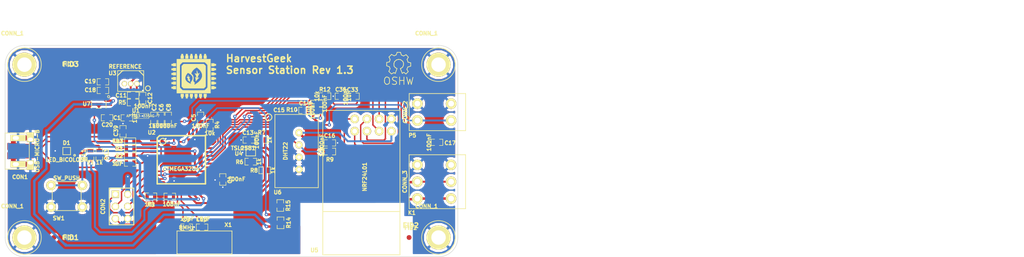
<source format=kicad_pcb>
(kicad_pcb (version 4) (host pcbnew "(2015-01-16 BZR 5376)-product")
  (layers (0 Dessus.Cu signal) (31 Dessous.Cu signal hide) (34 B.Paste user hide) (35 F.Paste user hide) (36 B.SilkS user hide) (37 F.SilkS user) (38 B.Mask user hide) (39 F.Mask user hide) (44 Edge.Cuts user))
  (net 0 "")
  (net 1 +2.5V)
  (net 2 +3.3V)
  (net 3 +5V)
  (net 4 /DHT22_DATA)
  (net 5 /F_HUMIDITY)
  (net 6 /I2C_SCL)
  (net 7 /I2C_SDA)
  (net 8 /LED1)
  (net 9 /LED2)
  (net 10 /LIGHT_INT)
  (net 11 /NRF_CE)
  (net 12 /NRF_CSN)
  (net 13 /NRF_IRQ)
  (net 14 /SPI_MISO)
  (net 15 /SPI_MOSI)
  (net 16 /SPI_SCK)
  (net 17 /SWITCH)
  (net 18 /THERM_AN)
  (net 19 /USB_D+)
  (net 20 /USB_D-)
  (net 21 /nRESET)
  (net 22 GND)
  (net 23 "Net-(C7-Pad1)")
  (net 24 "Net-(C9-Pad1)")
  (net 25 "Net-(C10-Pad1)")
  (net 26 "Net-(C39-Pad1)")
  (net 27 "Net-(CON1-Pad2)")
  (net 28 "Net-(CON1-Pad3)")
  (net 29 "Net-(CON1-Pad4)")
  (net 30 "Net-(D1-Pad1)")
  (net 31 "Net-(D1-Pad2)")
  (net 32 /HUM_POWER)
  (net 33 "Net-(R4-Pad1)")
  (net 34 "Net-(U2-Pad39)")
  (net 35 "Net-(U2-Pad38)")
  (net 36 "Net-(U2-Pad37)")
  (net 37 "Net-(U2-Pad36)")
  (net 38 "Net-(U2-Pad12)")
  (net 39 "Net-(U2-Pad27)")
  (net 40 "Net-(U2-Pad26)")
  (net 41 /SPI_nSS)
  (net 42 "Net-(U2-Pad1)")
  (net 43 "Net-(U3-Pad3)")
  (net 44 /SOIL_5V)
  (net 45 "Net-(U7-Pad3)")
  (module TQFP44 (layer Dessus.Cu) (at 218.4 173.5)
    (fp_text reference U2 (at -6.14 -5.66) (layer F.SilkS) (effects (font (size 0.8 0.8) (thickness 0.2))))
    (fp_text value ATMEGA32U4 (at 0 1.905) (layer F.SilkS) (effects (font (size 0.8 0.8) (thickness 0.2))))
    (pad 39 smd rect (at 0 -5.715) (size 0.4064 1.524) (layers Dessus.Cu F.Paste F.Mask) (net 34 "Net-(U2-Pad39)"))
    (pad 40 smd rect (at -0.8001 -5.715) (size 0.4064 1.524) (layers Dessus.Cu F.Paste F.Mask) (net 5 /F_HUMIDITY))
    (pad 41 smd rect (at -1.6002 -5.715) (size 0.4064 1.524) (layers Dessus.Cu F.Paste F.Mask) (net 32 /HUM_POWER))
    (pad 42 smd rect (at -2.4003 -5.715) (size 0.4064 1.524) (layers Dessus.Cu F.Paste F.Mask) (net 1 +2.5V))
    (pad 43 smd rect (at -3.2004 -5.715) (size 0.4064 1.524) (layers Dessus.Cu F.Paste F.Mask) (net 22 GND))
    (pad 44 smd rect (at -4.0005 -5.715) (size 0.4064 1.524) (layers Dessus.Cu F.Paste F.Mask) (net 2 +3.3V))
    (pad 38 smd rect (at 0.8001 -5.715) (size 0.4064 1.524) (layers Dessus.Cu F.Paste F.Mask) (net 35 "Net-(U2-Pad38)"))
    (pad 37 smd rect (at 1.6002 -5.715) (size 0.4064 1.524) (layers Dessus.Cu F.Paste F.Mask) (net 36 "Net-(U2-Pad37)"))
    (pad 36 smd rect (at 2.4003 -5.715) (size 0.4064 1.524) (layers Dessus.Cu F.Paste F.Mask) (net 37 "Net-(U2-Pad36)"))
    (pad 35 smd rect (at 3.2004 -5.715) (size 0.4064 1.524) (layers Dessus.Cu F.Paste F.Mask) (net 22 GND))
    (pad 34 smd rect (at 4.0005 -5.715) (size 0.4064 1.524) (layers Dessus.Cu F.Paste F.Mask) (net 2 +3.3V))
    (pad 17 smd rect (at 0 5.715) (size 0.4064 1.524) (layers Dessus.Cu F.Paste F.Mask) (net 25 "Net-(C10-Pad1)"))
    (pad 16 smd rect (at -0.8001 5.715) (size 0.4064 1.524) (layers Dessus.Cu F.Paste F.Mask) (net 24 "Net-(C9-Pad1)"))
    (pad 15 smd rect (at -1.6002 5.715) (size 0.4064 1.524) (layers Dessus.Cu F.Paste F.Mask) (net 22 GND))
    (pad 14 smd rect (at -2.4003 5.715) (size 0.4064 1.524) (layers Dessus.Cu F.Paste F.Mask) (net 2 +3.3V))
    (pad 13 smd rect (at -3.2004 5.715) (size 0.4064 1.524) (layers Dessus.Cu F.Paste F.Mask) (net 21 /nRESET))
    (pad 12 smd rect (at -4.0005 5.715) (size 0.4064 1.524) (layers Dessus.Cu F.Paste F.Mask) (net 38 "Net-(U2-Pad12)"))
    (pad 18 smd rect (at 0.8001 5.715) (size 0.4064 1.524) (layers Dessus.Cu F.Paste F.Mask) (net 6 /I2C_SCL))
    (pad 19 smd rect (at 1.6002 5.715) (size 0.4064 1.524) (layers Dessus.Cu F.Paste F.Mask) (net 7 /I2C_SDA))
    (pad 20 smd rect (at 2.4003 5.715) (size 0.4064 1.524) (layers Dessus.Cu F.Paste F.Mask) (net 9 /LED2))
    (pad 21 smd rect (at 3.2004 5.715) (size 0.4064 1.524) (layers Dessus.Cu F.Paste F.Mask) (net 8 /LED1))
    (pad 22 smd rect (at 4.0005 5.715) (size 0.4064 1.524) (layers Dessus.Cu F.Paste F.Mask) (net 10 /LIGHT_INT))
    (pad 6 smd rect (at -5.715 0) (size 1.524 0.4064) (layers Dessus.Cu F.Paste F.Mask) (net 23 "Net-(C7-Pad1)"))
    (pad 28 smd rect (at 5.715 0) (size 1.524 0.4064) (layers Dessus.Cu F.Paste F.Mask) (net 4 /DHT22_DATA))
    (pad 7 smd rect (at -5.715 0.8001) (size 1.524 0.4064) (layers Dessus.Cu F.Paste F.Mask) (net 3 +5V))
    (pad 27 smd rect (at 5.715 0.8001) (size 1.524 0.4064) (layers Dessus.Cu F.Paste F.Mask) (net 39 "Net-(U2-Pad27)"))
    (pad 26 smd rect (at 5.715 1.6002) (size 1.524 0.4064) (layers Dessus.Cu F.Paste F.Mask) (net 40 "Net-(U2-Pad26)"))
    (pad 8 smd rect (at -5.715 1.6002) (size 1.524 0.4064) (layers Dessus.Cu F.Paste F.Mask) (net 41 /SPI_nSS))
    (pad 9 smd rect (at -5.715 2.4003) (size 1.524 0.4064) (layers Dessus.Cu F.Paste F.Mask) (net 16 /SPI_SCK))
    (pad 25 smd rect (at 5.715 2.4003) (size 1.524 0.4064) (layers Dessus.Cu F.Paste F.Mask) (net 17 /SWITCH))
    (pad 24 smd rect (at 5.715 3.2004) (size 1.524 0.4064) (layers Dessus.Cu F.Paste F.Mask) (net 2 +3.3V))
    (pad 10 smd rect (at -5.715 3.2004) (size 1.524 0.4064) (layers Dessus.Cu F.Paste F.Mask) (net 15 /SPI_MOSI))
    (pad 11 smd rect (at -5.715 4.0005) (size 1.524 0.4064) (layers Dessus.Cu F.Paste F.Mask) (net 14 /SPI_MISO))
    (pad 23 smd rect (at 5.715 4.0005) (size 1.524 0.4064) (layers Dessus.Cu F.Paste F.Mask) (net 22 GND))
    (pad 29 smd rect (at 5.715 -0.8001) (size 1.524 0.4064) (layers Dessus.Cu F.Paste F.Mask) (net 18 /THERM_AN))
    (pad 5 smd rect (at -5.715 -0.8001) (size 1.524 0.4064) (layers Dessus.Cu F.Paste F.Mask) (net 22 GND))
    (pad 4 smd rect (at -5.715 -1.6002) (size 1.524 0.4064) (layers Dessus.Cu F.Paste F.Mask) (net 19 /USB_D+))
    (pad 30 smd rect (at 5.715 -1.6002) (size 1.524 0.4064) (layers Dessus.Cu F.Paste F.Mask) (net 12 /NRF_CSN))
    (pad 31 smd rect (at 5.715 -2.4003) (size 1.524 0.4064) (layers Dessus.Cu F.Paste F.Mask) (net 11 /NRF_CE))
    (pad 3 smd rect (at -5.715 -2.4003) (size 1.524 0.4064) (layers Dessus.Cu F.Paste F.Mask) (net 20 /USB_D-))
    (pad 2 smd rect (at -5.715 -3.2004) (size 1.524 0.4064) (layers Dessus.Cu F.Paste F.Mask) (net 3 +5V))
    (pad 32 smd rect (at 5.715 -3.2004) (size 1.524 0.4064) (layers Dessus.Cu F.Paste F.Mask) (net 13 /NRF_IRQ))
    (pad 33 smd rect (at 5.715 -4.0005) (size 1.524 0.4064) (layers Dessus.Cu F.Paste F.Mask) (net 33 "Net-(R4-Pad1)"))
    (pad 1 smd rect (at -5.715 -4.0005) (size 1.524 0.4064) (layers Dessus.Cu F.Paste F.Mask) (net 42 "Net-(U2-Pad1)"))
  )
  (module SM0603_Resistor (layer Dessus.Cu) (at 207.8 172.7)
    (fp_text reference R2 (at -2.25 0.04) (layer F.SilkS) (effects (font (size 0.8 0.8) (thickness 0.2))))
    (fp_text value 22 (at -2.32 0.04 180) (layer F.SilkS) (effects (font (size 0.8 0.8) (thickness 0.2))))
    (pad 1 smd rect (at -0.762 0) (size 0.635 1.143) (layers Dessus.Cu F.Paste F.Mask) (net 28 "Net-(CON1-Pad3)"))
    (pad 2 smd rect (at 0.762 0) (size 0.635 1.143) (layers Dessus.Cu F.Paste F.Mask) (net 19 /USB_D+))
  )
  (module SM0603_Resistor (layer Dessus.Cu) (at 248.2 160.3)
    (fp_text reference R12 (at -0.03 -1.4) (layer F.SilkS) (effects (font (size 0.8 0.8) (thickness 0.2))))
    (fp_text value 10k (at -1.69926 0 90) (layer F.SilkS) (effects (font (size 0.8 0.8) (thickness 0.2))))
    (pad 1 smd rect (at -0.762 0) (size 0.635 1.143) (layers Dessus.Cu F.Paste F.Mask) (net 12 /NRF_CSN))
    (pad 2 smd rect (at 0.762 0) (size 0.635 1.143) (layers Dessus.Cu F.Paste F.Mask) (net 2 +3.3V))
  )
  (module SM0603_Resistor (layer Dessus.Cu) (at 232.8 173.9 180)
    (fp_text reference R6 (at 2.33 -0.08 180) (layer F.SilkS) (effects (font (size 0.8 0.8) (thickness 0.2))))
    (fp_text value 1k (at -1.69926 0 270) (layer F.SilkS) (effects (font (size 0.8 0.8) (thickness 0.2))))
    (pad 1 smd rect (at -0.762 0 180) (size 0.635 1.143) (layers Dessus.Cu F.Paste F.Mask) (net 6 /I2C_SCL))
    (pad 2 smd rect (at 0.762 0 180) (size 0.635 1.143) (layers Dessus.Cu F.Paste F.Mask) (net 2 +3.3V))
  )
  (module SM0603_Resistor (layer Dessus.Cu) (at 235 169.4 180)
    (fp_text reference R7 (at -0.04 1.54 180) (layer F.SilkS) (effects (font (size 0.8 0.8) (thickness 0.2))))
    (fp_text value 1k (at -1.69926 0 270) (layer F.SilkS) (effects (font (size 0.8 0.8) (thickness 0.2))))
    (pad 1 smd rect (at -0.762 0 180) (size 0.635 1.143) (layers Dessus.Cu F.Paste F.Mask) (net 7 /I2C_SDA))
    (pad 2 smd rect (at 0.762 0 180) (size 0.635 1.143) (layers Dessus.Cu F.Paste F.Mask) (net 2 +3.3V))
  )
  (module SM0603_Resistor (layer Dessus.Cu) (at 208.4 161.6)
    (fp_text reference R5 (at -2.26 0) (layer F.SilkS) (effects (font (size 0.8 0.8) (thickness 0.2))))
    (fp_text value 1k hide)
    (pad 1 smd rect (at -0.762 0) (size 0.635 1.143) (layers Dessus.Cu F.Paste F.Mask) (net 1 +2.5V))
    (pad 2 smd rect (at 0.762 0) (size 0.635 1.143) (layers Dessus.Cu F.Paste F.Mask) (net 2 +3.3V))
  )
  (module SM0603_Resistor (layer Dessus.Cu) (at 224.3 166.3 90)
    (fp_text reference R4 (at 0.05 1.56 90) (layer F.SilkS) (effects (font (size 0.8 0.8) (thickness 0.2))))
    (fp_text value 10k (at -1.69926 0 180) (layer F.SilkS) (effects (font (size 0.8 0.8) (thickness 0.2))))
    (pad 1 smd rect (at -0.762 0 90) (size 0.635 1.143) (layers Dessus.Cu F.Paste F.Mask) (net 33 "Net-(R4-Pad1)"))
    (pad 2 smd rect (at 0.762 0 90) (size 0.635 1.143) (layers Dessus.Cu F.Paste F.Mask) (net 2 +3.3V))
  )
  (module SM0603_Resistor (layer Dessus.Cu) (at 212.1 181.1)
    (fp_text reference R3 (at -0.02 1.74) (layer F.SilkS) (effects (font (size 0.8 0.8) (thickness 0.2))))
    (fp_text value 10k (at -0.23 1.68 180) (layer F.SilkS) (effects (font (size 0.8 0.8) (thickness 0.2))))
    (pad 1 smd rect (at -0.762 0) (size 0.635 1.143) (layers Dessus.Cu F.Paste F.Mask) (net 21 /nRESET))
    (pad 2 smd rect (at 0.762 0) (size 0.635 1.143) (layers Dessus.Cu F.Paste F.Mask) (net 2 +3.3V))
  )
  (module SM0603_Resistor (layer Dessus.Cu) (at 235.7 175.7 180)
    (fp_text reference R8 (at 2.22 -0.03 180) (layer F.SilkS) (effects (font (size 0.8 0.8) (thickness 0.2))))
    (fp_text value 1k (at -1.69926 0 270) (layer F.SilkS) (effects (font (size 0.8 0.8) (thickness 0.2))))
    (pad 1 smd rect (at -0.762 0 180) (size 0.635 1.143) (layers Dessus.Cu F.Paste F.Mask) (net 10 /LIGHT_INT))
    (pad 2 smd rect (at 0.762 0 180) (size 0.635 1.143) (layers Dessus.Cu F.Paste F.Mask) (net 2 +3.3V))
  )
  (module SM0603_Resistor (layer Dessus.Cu) (at 207.8 171.1)
    (fp_text reference R1 (at -2.29 0.11) (layer F.SilkS) (effects (font (size 0.8 0.8) (thickness 0.2))))
    (fp_text value 22 (at -2.34 0.1 180) (layer F.SilkS) (effects (font (size 0.8 0.8) (thickness 0.2))))
    (pad 1 smd rect (at -0.762 0) (size 0.635 1.143) (layers Dessus.Cu F.Paste F.Mask) (net 27 "Net-(CON1-Pad2)"))
    (pad 2 smd rect (at 0.762 0) (size 0.635 1.143) (layers Dessus.Cu F.Paste F.Mask) (net 20 /USB_D-))
  )
  (module SM0603_Resistor (layer Dessus.Cu) (at 246.5 163.3)
    (fp_text reference R10 (at -5.17 -0.19) (layer F.SilkS) (effects (font (size 0.8 0.8) (thickness 0.2))))
    (fp_text value 10k (at -1.69926 0 90) (layer F.SilkS) (effects (font (size 0.8 0.8) (thickness 0.2))))
    (pad 1 smd rect (at -0.762 0) (size 0.635 1.143) (layers Dessus.Cu F.Paste F.Mask) (net 18 /THERM_AN))
    (pad 2 smd rect (at 0.762 0) (size 0.635 1.143) (layers Dessus.Cu F.Paste F.Mask) (net 1 +2.5V))
  )
  (module SM0603_Resistor (layer Dessus.Cu) (at 249.2 171.8)
    (fp_text reference R9 (at 0 1.67) (layer F.SilkS) (effects (font (size 0.8 0.8) (thickness 0.2))))
    (fp_text value 10k (at -1.69926 0 90) (layer F.SilkS) (effects (font (size 0.8 0.8) (thickness 0.2))))
    (pad 1 smd rect (at -0.762 0) (size 0.635 1.143) (layers Dessus.Cu F.Paste F.Mask) (net 4 /DHT22_DATA))
    (pad 2 smd rect (at 0.762 0) (size 0.635 1.143) (layers Dessus.Cu F.Paste F.Mask) (net 2 +3.3V))
  )
  (module SM0603_Capa (layer Dessus.Cu) (at 232.4 169.4 180)
    (fp_text reference C13 (at 0.17 1.52 180) (layer F.SilkS) (effects (font (size 0.8 0.8) (thickness 0.2))))
    (fp_text value 100nF (at -1.651 0 270) (layer F.SilkS) (effects (font (size 0.8 0.8) (thickness 0.2))))
    (pad 1 smd rect (at -0.762 0 180) (size 0.635 1.143) (layers Dessus.Cu F.Paste F.Mask) (net 2 +3.3V))
    (pad 2 smd rect (at 0.762 0 180) (size 0.635 1.143) (layers Dessus.Cu F.Paste F.Mask) (net 22 GND))
  )
  (module SM0603_Capa (layer Dessus.Cu) (at 215.7 164.8 90)
    (fp_text reference C8 (at 2.16 0.07 90) (layer F.SilkS) (effects (font (size 0.8 0.8) (thickness 0.2))))
    (fp_text value 100nF (at -1.651 0 180) (layer F.SilkS) (effects (font (size 0.8 0.8) (thickness 0.2))))
    (pad 1 smd rect (at -0.762 0 90) (size 0.635 1.143) (layers Dessus.Cu F.Paste F.Mask) (net 1 +2.5V))
    (pad 2 smd rect (at 0.762 0 90) (size 0.635 1.143) (layers Dessus.Cu F.Paste F.Mask) (net 22 GND))
  )
  (module SM0603_Capa (layer Dessus.Cu) (at 216 181.1)
    (fp_text reference C3 (at 0.02 1.64) (layer F.SilkS) (effects (font (size 0.8 0.8) (thickness 0.2))))
    (fp_text value 100nF (at 0.4 1.66 180) (layer F.SilkS) (effects (font (size 0.8 0.8) (thickness 0.2))))
    (pad 1 smd rect (at -0.762 0) (size 0.635 1.143) (layers Dessus.Cu F.Paste F.Mask) (net 2 +3.3V))
    (pad 2 smd rect (at 0.762 0) (size 0.635 1.143) (layers Dessus.Cu F.Paste F.Mask) (net 22 GND))
  )
  (module SM0603_Capa (layer Dessus.Cu) (at 227 177.6 270)
    (fp_text reference C4 (at 0.057818 -1.471282 270) (layer F.SilkS) (effects (font (size 0.8 0.8) (thickness 0.2))))
    (fp_text value 100nF (at -0.07 -2.83 360) (layer F.SilkS) (effects (font (size 0.8 0.8) (thickness 0.2))))
    (pad 1 smd rect (at -0.762 0 270) (size 0.635 1.143) (layers Dessus.Cu F.Paste F.Mask) (net 2 +3.3V))
    (pad 2 smd rect (at 0.762 0 270) (size 0.635 1.143) (layers Dessus.Cu F.Paste F.Mask) (net 22 GND))
  )
  (module SM0603_Capa (layer Dessus.Cu) (at 222.4 164.8 90)
    (fp_text reference C5 (at 0.03 -1.44 90) (layer F.SilkS) (effects (font (size 0.8 0.8) (thickness 0.2))))
    (fp_text value 100nF (at -1.651 0 180) (layer F.SilkS) (effects (font (size 0.8 0.8) (thickness 0.2))))
    (pad 1 smd rect (at -0.762 0 90) (size 0.635 1.143) (layers Dessus.Cu F.Paste F.Mask) (net 2 +3.3V))
    (pad 2 smd rect (at 0.762 0 90) (size 0.635 1.143) (layers Dessus.Cu F.Paste F.Mask) (net 22 GND))
  )
  (module SM0603_Capa (layer Dessus.Cu) (at 214.2 164.8 90)
    (fp_text reference C6 (at 2.17 0.06 90) (layer F.SilkS) (effects (font (size 0.8 0.8) (thickness 0.2))))
    (fp_text value 100nF (at -1.651 0 180) (layer F.SilkS) (effects (font (size 0.8 0.8) (thickness 0.2))))
    (pad 1 smd rect (at -0.762 0 90) (size 0.635 1.143) (layers Dessus.Cu F.Paste F.Mask) (net 2 +3.3V))
    (pad 2 smd rect (at 0.762 0 90) (size 0.635 1.143) (layers Dessus.Cu F.Paste F.Mask) (net 22 GND))
  )
  (module SM0603_Capa (layer Dessus.Cu) (at 208.4 160.1)
    (fp_text reference C11 (at -2.48 0.03) (layer F.SilkS) (effects (font (size 0.8 0.8) (thickness 0.2))))
    (fp_text value 100nF hide)
    (pad 1 smd rect (at -0.762 0) (size 0.635 1.143) (layers Dessus.Cu F.Paste F.Mask) (net 1 +2.5V))
    (pad 2 smd rect (at 0.762 0) (size 0.635 1.143) (layers Dessus.Cu F.Paste F.Mask) (net 22 GND))
  )
  (module SM0603_Capa (layer Dessus.Cu) (at 246.5 161.8 180)
    (fp_text reference C14 (at 2.54 0.03 180) (layer F.SilkS) (effects (font (size 0.8 0.8) (thickness 0.2))))
    (fp_text value 100nF (at -1.651 0 270) (layer F.SilkS) (effects (font (size 0.8 0.8) (thickness 0.2))))
    (pad 1 smd rect (at -0.762 0 180) (size 0.635 1.143) (layers Dessus.Cu F.Paste F.Mask) (net 1 +2.5V))
    (pad 2 smd rect (at 0.762 0 180) (size 0.635 1.143) (layers Dessus.Cu F.Paste F.Mask) (net 22 GND))
  )
  (module SM0603_Capa (layer Dessus.Cu) (at 243.95 163.25 180)
    (fp_text reference C15 (at 5.29 0.07 180) (layer F.SilkS) (effects (font (size 0.8 0.8) (thickness 0.2))))
    (fp_text value 100nF (at -1.651 0 270) (layer F.SilkS) (effects (font (size 0.8 0.8) (thickness 0.2))))
    (pad 1 smd rect (at -0.762 0 180) (size 0.635 1.143) (layers Dessus.Cu F.Paste F.Mask) (net 18 /THERM_AN))
    (pad 2 smd rect (at 0.762 0 180) (size 0.635 1.143) (layers Dessus.Cu F.Paste F.Mask) (net 22 GND))
  )
  (module SM0603_Capa (layer Dessus.Cu) (at 249.2 170)
    (fp_text reference C16 (at -0.04 -1.49) (layer F.SilkS) (effects (font (size 0.8 0.8) (thickness 0.2))))
    (fp_text value 100nF (at -1.651 0 90) (layer F.SilkS) (effects (font (size 0.8 0.8) (thickness 0.2))))
    (pad 1 smd rect (at -0.762 0) (size 0.635 1.143) (layers Dessus.Cu F.Paste F.Mask) (net 2 +3.3V))
    (pad 2 smd rect (at 0.762 0) (size 0.635 1.143) (layers Dessus.Cu F.Paste F.Mask) (net 22 GND))
  )
  (module SM0603_Capa (layer Dessus.Cu) (at 271.421282 169.882818)
    (fp_text reference C17 (at 2.7217 0.13468) (layer F.SilkS) (effects (font (size 0.8 0.8) (thickness 0.2))))
    (fp_text value 100nF (at -1.651 0 90) (layer F.SilkS) (effects (font (size 0.8 0.8) (thickness 0.2))))
    (pad 1 smd rect (at -0.762 0) (size 0.635 1.143) (layers Dessus.Cu F.Paste F.Mask) (net 2 +3.3V))
    (pad 2 smd rect (at 0.762 0) (size 0.635 1.143) (layers Dessus.Cu F.Paste F.Mask) (net 22 GND))
  )
  (module SM0603_Capa (layer Dessus.Cu) (at 207.1 164.8 180)
    (fp_text reference C1 (at 2.028718 0.017182 180) (layer F.SilkS) (effects (font (size 0.8 0.8) (thickness 0.2))))
    (fp_text value 1uF (at -1.651 0 270) (layer F.SilkS) (effects (font (size 0.8 0.8) (thickness 0.2))))
    (pad 1 smd rect (at -0.762 0 180) (size 0.635 1.143) (layers Dessus.Cu F.Paste F.Mask) (net 3 +5V))
    (pad 2 smd rect (at 0.762 0 180) (size 0.635 1.143) (layers Dessus.Cu F.Paste F.Mask) (net 22 GND))
  )
  (module SM0603_Capa (layer Dessus.Cu) (at 212.7 164.8 90)
    (fp_text reference C2 (at 2.22 0.08 90) (layer F.SilkS) (effects (font (size 0.8 0.8) (thickness 0.2))))
    (fp_text value 1uF (at -1.651 0 180) (layer F.SilkS) (effects (font (size 0.8 0.8) (thickness 0.2))))
    (pad 1 smd rect (at -0.762 0 90) (size 0.635 1.143) (layers Dessus.Cu F.Paste F.Mask) (net 2 +3.3V))
    (pad 2 smd rect (at 0.762 0 90) (size 0.635 1.143) (layers Dessus.Cu F.Paste F.Mask) (net 22 GND))
  )
  (module SM0603_Capa (layer Dessus.Cu) (at 254.1 160.3)
    (fp_text reference C33 (at -0.18 -1.34) (layer F.SilkS) (effects (font (size 0.8 0.8) (thickness 0.2))))
    (fp_text value 100nF (at -1.651 0 90) (layer F.SilkS) (effects (font (size 0.8 0.8) (thickness 0.2))))
    (pad 1 smd rect (at -0.762 0) (size 0.635 1.143) (layers Dessus.Cu F.Paste F.Mask) (net 2 +3.3V))
    (pad 2 smd rect (at 0.762 0) (size 0.635 1.143) (layers Dessus.Cu F.Paste F.Mask) (net 22 GND))
  )
  (module SM0603_Capa (layer Dessus.Cu) (at 251.5 160.3 180)
    (fp_text reference C36 (at 0.02 1.38 180) (layer F.SilkS) (effects (font (size 0.8 0.8) (thickness 0.2))))
    (fp_text value 1uF (at -1.651 0 270) (layer F.SilkS) (effects (font (size 0.8 0.8) (thickness 0.2))))
    (pad 1 smd rect (at -0.762 0 180) (size 0.635 1.143) (layers Dessus.Cu F.Paste F.Mask) (net 2 +3.3V))
    (pad 2 smd rect (at 0.762 0 180) (size 0.635 1.143) (layers Dessus.Cu F.Paste F.Mask) (net 22 GND))
  )
  (module SM0603_Capa (layer Dessus.Cu) (at 222.7 187.5 180)
    (fp_text reference C10 (at 0.07 1.59 180) (layer F.SilkS) (effects (font (size 0.8 0.8) (thickness 0.2))))
    (fp_text value 18pF (at -0.21 1.69 360) (layer F.SilkS) (effects (font (size 0.8 0.8) (thickness 0.2))))
    (pad 1 smd rect (at -0.762 0 180) (size 0.635 1.143) (layers Dessus.Cu F.Paste F.Mask) (net 25 "Net-(C10-Pad1)"))
    (pad 2 smd rect (at 0.762 0 180) (size 0.635 1.143) (layers Dessus.Cu F.Paste F.Mask) (net 22 GND))
  )
  (module SM0603_Capa (layer Dessus.Cu) (at 210.4 160.7 90)
    (fp_text reference C12 (at 0.02 1.51 90) (layer F.SilkS) (effects (font (size 0.8 0.8) (thickness 0.2))))
    (fp_text value 100nF (at -1.651 0 180) (layer F.SilkS) (effects (font (size 0.8 0.8) (thickness 0.2))))
    (pad 1 smd rect (at -0.762 0 90) (size 0.635 1.143) (layers Dessus.Cu F.Paste F.Mask) (net 2 +3.3V))
    (pad 2 smd rect (at 0.762 0 90) (size 0.635 1.143) (layers Dessus.Cu F.Paste F.Mask) (net 22 GND))
  )
  (module SM0603_Capa (layer Dessus.Cu) (at 207.8 174.2 180)
    (fp_text reference C7 (at 2.47 -0.13 180) (layer F.SilkS) (effects (font (size 0.8 0.8) (thickness 0.2))))
    (fp_text value 1uF (at 2.65 -0.1 360) (layer F.SilkS) (effects (font (size 0.8 0.8) (thickness 0.2))))
    (pad 1 smd rect (at -0.762 0 180) (size 0.635 1.143) (layers Dessus.Cu F.Paste F.Mask) (net 23 "Net-(C7-Pad1)"))
    (pad 2 smd rect (at 0.762 0 180) (size 0.635 1.143) (layers Dessus.Cu F.Paste F.Mask) (net 22 GND))
  )
  (module SM0603_Capa (layer Dessus.Cu) (at 219.5 187.5)
    (fp_text reference C9 (at -0.12 -1.53) (layer F.SilkS) (effects (font (size 0.8 0.8) (thickness 0.2))))
    (fp_text value 18pF (at 0.12 -1.75 180) (layer F.SilkS) (effects (font (size 0.8 0.8) (thickness 0.2))))
    (pad 1 smd rect (at -0.762 0) (size 0.635 1.143) (layers Dessus.Cu F.Paste F.Mask) (net 24 "Net-(C9-Pad1)"))
    (pad 2 smd rect (at 0.762 0) (size 0.635 1.143) (layers Dessus.Cu F.Paste F.Mask) (net 22 GND))
  )
  (module NRF24L01 (layer Dessus.Cu) (at 263.2329 163.7538 90)
    (fp_text reference U5 (at -28.5362 -17.2429 180) (layer F.SilkS) (effects (font (size 0.8 0.8) (thickness 0.2))))
    (fp_text value NRF24L01 (at -13.3 -6.8 90) (layer F.SilkS) (effects (font (size 0.8 0.8) (thickness 0.2))))
    (pad 1 thru_hole circle (at -1.27 -1.27 90) (size 1.8 1.8) (drill 1) (layers *.Cu *.Mask F.SilkS) (net 22 GND))
    (pad 2 thru_hole circle (at -3.81 -1.27 90) (size 1.8 1.8) (drill 1) (layers *.Cu *.Mask F.SilkS) (net 2 +3.3V))
    (pad 3 thru_hole circle (at -1.27 -3.81 90) (size 1.8 1.8) (drill 1) (layers *.Cu *.Mask F.SilkS) (net 11 /NRF_CE))
    (pad 4 thru_hole circle (at -3.81 -3.81 90) (size 1.8 1.8) (drill 1) (layers *.Cu *.Mask F.SilkS) (net 12 /NRF_CSN))
    (pad 5 thru_hole circle (at -1.27 -6.35 90) (size 1.8 1.8) (drill 1) (layers *.Cu *.Mask F.SilkS) (net 16 /SPI_SCK))
    (pad 6 thru_hole circle (at -3.81 -6.35 90) (size 1.8 1.8) (drill 1) (layers *.Cu *.Mask F.SilkS) (net 15 /SPI_MOSI))
    (pad 7 thru_hole circle (at -1.27 -8.89 90) (size 1.8 1.8) (drill 1) (layers *.Cu *.Mask F.SilkS) (net 14 /SPI_MISO))
    (pad 8 thru_hole circle (at -3.81 -8.89 90) (size 1.8 1.8) (drill 1) (layers *.Cu *.Mask F.SilkS) (net 13 /NRF_IRQ))
  )
  (module HC49US (layer Dessus.Cu) (at 223.2 190.7)
    (fp_text reference X1 (at 4.93 -3.67) (layer F.SilkS) (effects (font (size 0.8 0.8) (thickness 0.2))))
    (fp_text value 8MHz (at -3.7 -3.1) (layer F.SilkS) (effects (font (size 0.8 0.8) (thickness 0.2))))
    (pad 1 smd rect (at -4.75 0) (size 5.6 2.2) (layers Dessus.Cu F.Paste F.Mask) (net 24 "Net-(C9-Pad1)"))
    (pad 2 smd rect (at 4.75 0) (size 5.6 2.2) (layers Dessus.Cu F.Paste F.Mask) (net 25 "Net-(C10-Pad1)"))
  )
  (module con_microusb_10103594 (layer Dessus.Cu) (at 184.06732 171.70254 270)
    (fp_text reference CON1 (at 5.38746 -0.88268 360) (layer F.SilkS) (effects (font (size 0.8 0.8) (thickness 0.2))))
    (fp_text value USB-MICRO-B (at 0 -4.45 270) (layer F.SilkS) (effects (font (size 0.8 0.8) (thickness 0.2))))
    (pad 1 smd rect (at -1.3 -2.825 270) (size 0.4 1.75) (layers Dessus.Cu F.Paste F.Mask) (net 26 "Net-(C39-Pad1)"))
    (pad 2 smd rect (at -0.65 -2.825 270) (size 0.4 1.75) (layers Dessus.Cu F.Paste F.Mask) (net 27 "Net-(CON1-Pad2)"))
    (pad 3 smd rect (at 0 -2.825 270) (size 0.4 1.75) (layers Dessus.Cu F.Paste F.Mask) (net 28 "Net-(CON1-Pad3)"))
    (pad 4 smd rect (at 0.65 -2.825 270) (size 0.4 1.75) (layers Dessus.Cu F.Paste F.Mask) (net 29 "Net-(CON1-Pad4)"))
    (pad 5 smd rect (at 1.3 -2.825 270) (size 0.4 1.75) (layers Dessus.Cu F.Paste F.Mask) (net 22 GND))
    (pad 6 thru_hole rect (at -2.425 -3.03 270) (size 2 1.46) (drill oval 0.75 1.05 (offset -0.475 0)) (layers *.Cu *.Mask F.SilkS) (net 22 GND))
    (pad 7 thru_hole rect (at 2.425 -3.03 90) (size 2 1.46) (drill oval 0.75 1.05 (offset -0.475 0)) (layers *.Cu *.Mask F.SilkS) (net 22 GND))
    (pad 8 thru_hole rect (at -2.725 0 270) (size 1.3 3.15) (drill oval 0.8 1.3 (offset 0 -0.475)) (layers *.Cu *.Mask F.SilkS) (net 22 GND))
    (pad 9 thru_hole rect (at 2.725 0 270) (size 1.3 3.15) (drill oval 0.8 1.3 (offset 0 -0.475)) (layers *.Cu *.Mask F.SilkS) (net 22 GND))
    (pad 10 smd rect (at -0.9625 0.5 270) (size 1.425 2.5) (layers Dessus.Cu F.Paste F.Mask))
    (pad 11 smd rect (at 0.9625 0.5 270) (size 1.425 2.5) (layers Dessus.Cu F.Paste F.Mask))
  )
  (module pin_array_3x2 (layer Dessus.Cu) (at 206 183.2 270)
    (fp_text reference CON2 (at 0.03 3.85 270) (layer F.SilkS) (effects (font (size 0.8 0.8) (thickness 0.2))))
    (fp_text value AVR-ISP-6 hide)
    (pad 1 thru_hole rect (at -2.54 1.27 270) (size 1.524 1.524) (drill 1.016) (layers *.Cu *.Mask F.SilkS) (net 14 /SPI_MISO))
    (pad 2 thru_hole circle (at -2.54 -1.27 270) (size 1.524 1.524) (drill 1.016) (layers *.Cu *.Mask F.SilkS) (net 2 +3.3V))
    (pad 3 thru_hole circle (at 0 1.27 270) (size 1.524 1.524) (drill 1.016) (layers *.Cu *.Mask F.SilkS) (net 16 /SPI_SCK))
    (pad 4 thru_hole circle (at 0 -1.27 270) (size 1.524 1.524) (drill 1.016) (layers *.Cu *.Mask F.SilkS) (net 15 /SPI_MOSI))
    (pad 5 thru_hole circle (at 2.54 1.27 270) (size 1.524 1.524) (drill 1.016) (layers *.Cu *.Mask F.SilkS) (net 21 /nRESET))
    (pad 6 thru_hole circle (at 2.54 -1.27 270) (size 1.524 1.524) (drill 1.016) (layers *.Cu *.Mask F.SilkS) (net 22 GND))
  )
  (module SM0603_Capa (layer Dessus.Cu) (at 206.3 167.6 90)
    (fp_text reference C39 (at 0.1 -1.45 90) (layer F.SilkS) (effects (font (size 0.8 0.8) (thickness 0.2))))
    (fp_text value 1uF (at -2.03 -0.99 360) (layer F.SilkS) (effects (font (size 0.8 0.8) (thickness 0.2))))
    (pad 1 smd rect (at -0.762 0 90) (size 0.635 1.143) (layers Dessus.Cu F.Paste F.Mask) (net 26 "Net-(C39-Pad1)"))
    (pad 2 smd rect (at 0.762 0 90) (size 0.635 1.143) (layers Dessus.Cu F.Paste F.Mask) (net 22 GND))
  )
  (module SM0603 (layer Dessus.Cu) (at 207.8 169.6)
    (fp_text reference FB3 (at -2.59 0.03) (layer F.SilkS) (effects (font (size 0.8 0.8) (thickness 0.2))))
    (fp_text value FERRITE hide)
    (pad 1 smd rect (at -0.762 0) (size 0.635 1.143) (layers Dessus.Cu F.Paste F.Mask) (net 26 "Net-(C39-Pad1)"))
    (pad 2 smd rect (at 0.762 0) (size 0.635 1.143) (layers Dessus.Cu F.Paste F.Mask) (net 3 +5V))
  )
  (module CON_3_weidmuller (layer Dessus.Cu) (at 274.3454 178.0667 90)
    (fp_text reference K1 (at -6.4533 -8.1454 180) (layer F.SilkS) (effects (font (size 0.8 0.8) (thickness 0.2))))
    (fp_text value CONN_3 (at 0 -9.6 90) (layer F.SilkS) (effects (font (size 0.8 0.8) (thickness 0.2))))
    (pad 1 thru_hole circle (at -3.5 0 90) (size 2.2 2.2) (drill 1.2) (layers *.Cu *.Mask F.SilkS) (net 44 /SOIL_5V))
    (pad 2 thru_hole circle (at 0 0 90) (size 2.2 2.2) (drill 1.2) (layers *.Cu *.Mask F.SilkS) (net 5 /F_HUMIDITY))
    (pad 3 thru_hole circle (at 3.5 0 90) (size 2.2 2.2) (drill 1.2) (layers *.Cu *.Mask F.SilkS) (net 22 GND))
    (pad 1 thru_hole circle (at -3.5 -7 90) (size 2.2 2.2) (drill 1.2) (layers *.Cu *.Mask F.SilkS) (net 44 /SOIL_5V))
    (pad 2 thru_hole circle (at 0 -7 90) (size 2.2 2.2) (drill 1.2) (layers *.Cu *.Mask F.SilkS) (net 5 /F_HUMIDITY))
    (pad 3 thru_hole circle (at 3.5 -7 90) (size 2.2 2.2) (drill 1.2) (layers *.Cu *.Mask F.SilkS) (net 22 GND))
  )
  (module CON_2_weidmuller (layer Dessus.Cu) (at 274.35429 163.59759 90)
    (fp_text reference P5 (at -4.84241 -8.03429 180) (layer F.SilkS) (effects (font (size 0.8 0.8) (thickness 0.2))))
    (fp_text value CONN_2 (at 0 -9.5 90) (layer F.SilkS) (effects (font (size 0.8 0.8) (thickness 0.2))))
    (pad 1 thru_hole circle (at -1.75 0 90) (size 2.2 2.2) (drill 1.2) (layers *.Cu *.Mask F.SilkS) (net 18 /THERM_AN))
    (pad 2 thru_hole circle (at 1.75 0 90) (size 2.2 2.2) (drill 1.2) (layers *.Cu *.Mask F.SilkS) (net 22 GND))
    (pad 1 thru_hole circle (at -1.75 -7 90) (size 2.2 2.2) (drill 1.2) (layers *.Cu *.Mask F.SilkS) (net 18 /THERM_AN))
    (pad 2 thru_hole circle (at 1.75 -7 90) (size 2.2 2.2) (drill 1.2) (layers *.Cu *.Mask F.SilkS) (net 22 GND))
  )
  (module TO92F (layer Dessus.Cu) (at 207.9 157.7 180)
    (fp_text reference U3 (at 3.778718 2.192182 180) (layer F.SilkS) (effects (font (size 0.8 0.8) (thickness 0.2))))
    (fp_text value REFERENCE (at 1.14 3.56 180) (layer F.SilkS) (effects (font (size 0.8 0.8) (thickness 0.2))))
    (pad 1 thru_hole circle (at -1.3 0 180) (size 1.1 1.1) (drill 0.7) (layers *.Cu *.Mask F.SilkS) (net 22 GND))
    (pad 2 thru_hole circle (at 0 0 180) (size 1.1 1.1) (drill 0.7) (layers *.Cu *.Mask F.SilkS) (net 1 +2.5V))
    (pad 3 thru_hole circle (at 1.3 0 180) (size 1.1 1.1) (drill 0.7) (layers *.Cu *.Mask F.SilkS) (net 43 "Net-(U3-Pad3)"))
  )
  (module 6-WDFN (layer Dessus.Cu) (at 232.8 171.7)
    (fp_text reference U4 (at -2.51 0.53) (layer F.SilkS) (effects (font (size 0.8 0.8) (thickness 0.2))))
    (fp_text value TSL2581 (at -1.58 -0.61) (layer F.SilkS) (effects (font (size 0.8 0.8) (thickness 0.2))))
    (pad 1 smd rect (at -0.7 -0.65) (size 0.9 0.4) (layers Dessus.Cu F.Paste F.Mask) (net 2 +3.3V))
    (pad 2 smd rect (at -0.7 0) (size 0.9 0.4) (layers Dessus.Cu F.Paste F.Mask) (net 22 GND))
    (pad 3 smd rect (at -0.7 0.65) (size 0.9 0.4) (layers Dessus.Cu F.Paste F.Mask) (net 22 GND))
    (pad 4 smd rect (at 0.7 0.65) (size 0.9 0.4) (layers Dessus.Cu F.Paste F.Mask) (net 6 /I2C_SCL))
    (pad 5 smd rect (at 0.7 0) (size 0.9 0.4) (layers Dessus.Cu F.Paste F.Mask) (net 10 /LIGHT_INT))
    (pad 6 smd rect (at 0.7 -0.65) (size 0.9 0.4) (layers Dessus.Cu F.Paste F.Mask) (net 7 /I2C_SDA))
  )
  (module SWITCH_FSM16JH (layer Dessus.Cu) (at 194.628008 181.05882)
    (fp_text reference SW1 (at -1.656726 4.598998) (layer F.SilkS) (effects (font (size 0.8 0.8) (thickness 0.2))))
    (fp_text value SW_PUSH (at 0 -3.75) (layer F.SilkS) (effects (font (size 0.8 0.8) (thickness 0.2))))
    (pad 1 thru_hole circle (at 3.25 -2.25) (size 2 2) (drill 1) (layers *.Cu *.Mask F.SilkS) (net 17 /SWITCH))
    (pad 2 thru_hole circle (at 3.25 2.25) (size 2 2) (drill 1) (layers *.Cu *.Mask F.SilkS) (net 22 GND))
    (pad 2 thru_hole circle (at -3.25 2.25) (size 2 2) (drill 1) (layers *.Cu *.Mask F.SilkS) (net 22 GND))
    (pad 1 thru_hole circle (at -3.25 -2.25) (size 2 2) (drill 1) (layers *.Cu *.Mask F.SilkS) (net 17 /SWITCH))
  )
  (module SM0603_Resistor (layer Dessus.Cu) (at 199.56272 172.41266 90)
    (fp_text reference R11 (at -0.04734 -1.42272 90) (layer F.SilkS) (effects (font (size 0.8 0.8) (thickness 0.2))))
    (fp_text value 1k (at -1.69926 0 180) (layer F.SilkS) (effects (font (size 0.8 0.8) (thickness 0.2))))
    (pad 1 smd rect (at -0.762 0 90) (size 0.635 1.143) (layers Dessus.Cu F.Paste F.Mask) (net 8 /LED1))
    (pad 2 smd rect (at 0.762 0 90) (size 0.635 1.143) (layers Dessus.Cu F.Paste F.Mask) (net 30 "Net-(D1-Pad1)"))
  )
  (module SM0603_Resistor (layer Dessus.Cu) (at 201.39406 172.3771 90)
    (fp_text reference R13 (at -0.0529 1.49594 90) (layer F.SilkS) (effects (font (size 0.8 0.8) (thickness 0.2))))
    (fp_text value 1k (at -1.69926 0 180) (layer F.SilkS) (effects (font (size 0.8 0.8) (thickness 0.2))))
    (pad 1 smd rect (at -0.762 0 90) (size 0.635 1.143) (layers Dessus.Cu F.Paste F.Mask) (net 9 /LED2))
    (pad 2 smd rect (at 0.762 0 90) (size 0.635 1.143) (layers Dessus.Cu F.Paste F.Mask) (net 31 "Net-(D1-Pad2)"))
  )
  (module DHT22 (layer Dessus.Cu) (at 242.8 171.7 270)
    (fp_text reference U6 (at 8.56 4.43 360) (layer F.SilkS) (effects (font (size 0.8 0.8) (thickness 0.2))))
    (fp_text value DHT22 (at 0 2.8 270) (layer F.SilkS) (effects (font (size 0.8 0.8) (thickness 0.2))))
    (pad 1 thru_hole circle (at -3.81 0 270) (size 1.5 1.5) (drill 0.75) (layers *.Cu *.Mask F.SilkS) (net 2 +3.3V))
    (pad 2 thru_hole circle (at -1.27 0 270) (size 1.5 1.5) (drill 0.75) (layers *.Cu *.Mask F.SilkS) (net 4 /DHT22_DATA))
    (pad 3 thru_hole circle (at 1.27 0 270) (size 1.5 1.5) (drill 0.75) (layers *.Cu *.Mask F.SilkS) (net 22 GND))
    (pad 4 thru_hole circle (at 3.81 0 270) (size 1.5 1.5) (drill 0.75) (layers *.Cu *.Mask F.SilkS) (net 22 GND))
  )
  (module HOLE_FIX_HAMMOND (layer Dessus.Cu) (at 185.861282 153.742218)
    (fp_text reference P1 hide)
    (fp_text value CONN_1 (at -2.5 -6.5) (layer F.SilkS) (effects (font (size 0.8 0.8) (thickness 0.2))))
    (pad 1 thru_hole circle (at 0 0) (size 5 5) (drill 3) (layers *.Cu *.Mask F.SilkS) (net 22 GND))
  )
  (module HOLE_FIX_HAMMOND (layer Dessus.Cu) (at 185.861282 189.657818)
    (fp_text reference P1 hide)
    (fp_text value CONN_1 (at -2.5 -6.5) (layer F.SilkS) (effects (font (size 0.8 0.8) (thickness 0.2))))
    (pad 1 thru_hole circle (at 0 0) (size 5 5) (drill 3) (layers *.Cu *.Mask F.SilkS) (net 22 GND))
  )
  (module HOLE_FIX_HAMMOND (layer Dessus.Cu) (at 271.738682 189.657818)
    (fp_text reference P1 hide)
    (fp_text value CONN_1 (at -2.5 -6.5) (layer F.SilkS) (effects (font (size 0.8 0.8) (thickness 0.2))))
    (pad 1 thru_hole circle (at 0 0) (size 5 5) (drill 3) (layers *.Cu *.Mask F.SilkS) (net 22 GND))
  )
  (module HOLE_FIX_HAMMOND (layer Dessus.Cu) (at 271.738682 153.742218)
    (fp_text reference P1 hide)
    (fp_text value CONN_1 (at -2.5 -6.5) (layer F.SilkS) (effects (font (size 0.8 0.8) (thickness 0.2))))
    (pad 1 thru_hole circle (at 0 0) (size 5 5) (drill 3) (layers *.Cu *.Mask F.SilkS) (net 22 GND))
  )
  (module Sensor:logo (layer Dessus.Cu) (at 220.971282 156.157818)
    (fp_text reference G*** hide)
    (fp_text value LOGO hide)
  )
  (module Symbols:Symbol_OSHW-Logo_SilkScreen (layer Dessus.Cu) (at 263.471282 153.657818)
    (fp_text reference REF** hide)
    (fp_text value Symbol_OSHW-Logo_SilkScreen)
  )
  (module Sensor:SOT23 (layer Dessus.Cu) (at 210.4 164.4 90)
    (fp_text reference U1 (at 1.11 -1.43 360) (layer F.SilkS) (effects (font (size 0.8 0.8) (thickness 0.2))))
    (fp_text value AP7333-33SAG-7 (at 0 0.0635 360) (layer F.SilkS) (effects (font (size 0.50038 0.50038) (thickness 0.09906))))
    (pad 3 smd rect (at 1.09982 0) (size 0.8001 1.00076) (layers Dessus.Cu F.Paste F.Mask) (net 22 GND))
    (pad 2 smd rect (at -1.09982 0.9525) (size 0.8001 1.00076) (layers Dessus.Cu F.Paste F.Mask) (net 2 +3.3V))
    (pad 1 smd rect (at -1.09982 -0.9525) (size 0.8001 1.00076) (layers Dessus.Cu F.Paste F.Mask) (net 3 +5V))
  )
  (module Sensor:LED_BIC_LST (layer Dessus.Cu) (at 194.628008 171.70019 180)
    (fp_text reference D1 (at 0.028008 1.70019 360) (layer F.SilkS) (effects (font (size 0.8 0.8) (thickness 0.2))))
    (fp_text value LED_BICOLOUR (at 0 -1.8 180) (layer F.SilkS) (effects (font (size 0.8 0.8) (thickness 0.2))))
    (pad 1 smd rect (at -0.725 -0.425 270) (size 0.65 0.85) (layers Dessus.Cu F.Paste F.Mask) (net 30 "Net-(D1-Pad1)"))
    (pad 2 smd rect (at -0.725 0.425 270) (size 0.65 0.85) (layers Dessus.Cu F.Paste F.Mask) (net 31 "Net-(D1-Pad2)"))
    (pad 3 smd rect (at 0.725 -0.425 270) (size 0.65 0.85) (layers Dessus.Cu F.Paste F.Mask) (net 22 GND))
    (pad 4 smd rect (at 0.725 0.425 270) (size 0.65 0.85) (layers Dessus.Cu F.Paste F.Mask) (net 22 GND))
  )
  (module Sensor:Fiducial (layer Dessus.Cu) (at 191.31 153.8)
    (fp_text reference Fiducial hide)
    (fp_text value FID3 (at 3.661282 -0.142182) (layer F.SilkS) (effects (font (size 0.8 0.8) (thickness 0.2))))
    (pad 1 smd circle (at 0.661282 -0.057782) (size 1 1) (layers Dessus.Cu F.Mask) (clearance 0.5))
  )
  (module Sensor:Fiducial (layer Dessus.Cu) (at 265.28 189.45)
    (fp_text reference Fiducial hide)
    (fp_text value FID2 (at 0.691282 -1.792182) (layer F.SilkS) (effects (font (size 0.8 0.8) (thickness 0.2))))
    (pad 1 smd circle (at 0.347682 0.207818) (size 1 1) (layers Dessus.Cu F.Mask) (clearance 0.5))
  )
  (module Sensor:Fiducial (layer Dessus.Cu) (at 191.971282 189.657818)
    (fp_text reference Fiducial hide)
    (fp_text value FID1 (at 3 0) (layer F.SilkS) (effects (font (size 0.8 0.8) (thickness 0.2))))
    (pad 1 smd circle (at 0 0) (size 1 1) (layers Dessus.Cu F.Mask) (clearance 0.5))
  )
  (module Sensor:SM0603_Capa (layer Dessus.Cu) (at 202.146282 159.107818 180)
    (fp_text reference C18 (at 2.625 0.1 180) (layer F.SilkS) (effects (font (size 0.8 0.8) (thickness 0.2))))
    (fp_text value 100nF hide)
    (pad 1 smd rect (at -0.762 0 180) (size 0.635 1.143) (layers Dessus.Cu F.Paste F.Mask) (net 44 /SOIL_5V))
    (pad 2 smd rect (at 0.762 0 180) (size 0.635 1.143) (layers Dessus.Cu F.Paste F.Mask) (net 22 GND))
  )
  (module Sensor:SM0603_Capa (layer Dessus.Cu) (at 202.146282 157.307818 180)
    (fp_text reference C19 (at 2.65 0.1 180) (layer F.SilkS) (effects (font (size 0.8 0.8) (thickness 0.2))))
    (fp_text value 1uF hide)
    (pad 1 smd rect (at -0.762 0 180) (size 0.635 1.143) (layers Dessus.Cu F.Paste F.Mask) (net 44 /SOIL_5V))
    (pad 2 smd rect (at 0.762 0 180) (size 0.635 1.143) (layers Dessus.Cu F.Paste F.Mask) (net 22 GND))
  )
  (module Sensor:SM0603_Capa (layer Dessus.Cu) (at 202.996282 164.782818)
    (fp_text reference C20 (at 0.025 1.45) (layer F.SilkS) (effects (font (size 0.8 0.8) (thickness 0.2))))
    (fp_text value 1uF hide)
    (pad 1 smd rect (at -0.762 0) (size 0.635 1.143) (layers Dessus.Cu F.Paste F.Mask) (net 3 +5V))
    (pad 2 smd rect (at 0.762 0) (size 0.635 1.143) (layers Dessus.Cu F.Paste F.Mask) (net 22 GND))
  )
  (module Sensor:SM0603_Resistor (layer Dessus.Cu) (at 238.971282 186.607818 270)
    (fp_text reference R14 (at -0.025 -1.675 270) (layer F.SilkS) (effects (font (size 0.8 0.8) (thickness 0.2))))
    (fp_text value 10k hide)
    (pad 1 smd rect (at -0.762 0 270) (size 0.635 1.143) (layers Dessus.Cu F.Paste F.Mask) (net 5 /F_HUMIDITY))
    (pad 2 smd rect (at 0.762 0 270) (size 0.635 1.143) (layers Dessus.Cu F.Paste F.Mask) (net 44 /SOIL_5V))
  )
  (module Sensor:SM0603_Resistor (layer Dessus.Cu) (at 238.921282 183.007818 270)
    (fp_text reference R15 (at 0.025 -1.625 270) (layer F.SilkS) (effects (font (size 0.8 0.8) (thickness 0.2))))
    (fp_text value 10k hide)
    (pad 1 smd rect (at -0.762 0 270) (size 0.635 1.143) (layers Dessus.Cu F.Paste F.Mask) (net 22 GND))
    (pad 2 smd rect (at 0.762 0 270) (size 0.635 1.143) (layers Dessus.Cu F.Paste F.Mask) (net 5 /F_HUMIDITY))
  )
  (module Sensor:AP22802AW5-7 (layer Dessus.Cu) (at 201.296282 161.982818 180)
    (fp_text reference U7 (at 2.55 0.075 180) (layer F.SilkS) (effects (font (size 0.8 0.8) (thickness 0.2))))
    (fp_text value AP22802AW5-7 hide)
    (pad 1 smd rect (at -0.95 1.2 180) (size 0.55 0.8) (layers Dessus.Cu F.Paste F.Mask) (net 44 /SOIL_5V))
    (pad 2 smd rect (at 0 1.2 180) (size 0.55 0.8) (layers Dessus.Cu F.Paste F.Mask) (net 22 GND))
    (pad 3 smd rect (at 0.95 1.2 180) (size 0.55 0.8) (layers Dessus.Cu F.Paste F.Mask) (net 45 "Net-(U7-Pad3)"))
    (pad 4 smd rect (at 0.95 -1.2 180) (size 0.55 0.8) (layers Dessus.Cu F.Paste F.Mask) (net 32 /HUM_POWER))
    (pad 5 smd rect (at -0.95 -1.2 180) (size 0.55 0.8) (layers Dessus.Cu F.Paste F.Mask) (net 3 +5V))
  )
  (gr_text FID2 (at 265.971282 187.157818) (layer F.SilkS) (effects (font (size 1 1) (thickness 0.25))))
  (gr_text FID3 (at 195.471282 153.657818) (layer F.SilkS) (effects (font (size 1 1) (thickness 0.25))))
  (gr_text FID1 (at 195.471282 189.657818) (layer F.SilkS) (effects (font (size 1 1) (thickness 0.25))))
  (gr_circle (center 211.471282 158.657818) (end 211.971282 158.657818) (layer F.SilkS) (width 0.2))
  (gr_circle (center 236.471282 164.657818) (end 236.971282 165.157818) (layer F.SilkS) (width 0.2))
  (gr_text "HarvestGeek\nSensor Station Rev 1.3" (at 227.471282 153.657818) (layer F.SilkS) (effects (font (size 1.5 1.5) (thickness 0.3)) (justify left)))
  (gr_line (start 271.738682 149.741718) (end 185.861282 149.741718) (angle 90) (layer Edge.Cuts) (width 0.1))
  (gr_arc (start 271.738682 153.742218) (end 271.738682 149.741718) (angle 90) (layer Edge.Cuts) (width 0.1))
  (gr_line (start 275.739182 189.657818) (end 275.739182 153.742218) (angle 90) (layer Edge.Cuts) (width 0.1))
  (gr_arc (start 271.738682 189.657818) (end 275.739182 189.657818) (angle 90) (layer Edge.Cuts) (width 0.1))
  (gr_line (start 185.861282 193.658318) (end 271.738682 193.658318) (angle 90) (layer Edge.Cuts) (width 0.1))
  (gr_arc (start 185.861282 189.657818) (end 185.861282 193.658318) (angle 90) (layer Edge.Cuts) (width 0.1))
  (gr_line (start 181.860782 153.742218) (end 181.860782 189.657818) (angle 90) (layer Edge.Cuts) (width 0.1))
  (gr_arc (start 185.861282 153.742218) (end 181.860782 153.742218) (angle 90) (layer Edge.Cuts) (width 0.1))
  (gr_circle (center 196.26706 172.57734) (end 196.36706 172.72734) (layer F.SilkS) (width 0.2))
  (gr_line (start 210.55 155.95) (end 210.55 156) (angle 90) (layer F.SilkS) (width 0.2))
  (gr_line (start 209.65 155.05) (end 210.55 155.95) (angle 90) (layer F.SilkS) (width 0.2))
  (gr_line (start 206.2 155) (end 206.4 155) (angle 90) (layer F.SilkS) (width 0.2))
  (gr_line (start 205.15 156.05) (end 206.2 155) (angle 90) (layer F.SilkS) (width 0.2))
  (gr_circle (center 230.99 171.04) (end 231.14 171.24) (layer F.SilkS) (width 0.2))
  (segment (start 215.9997 165.8617) (end 215.7 165.562) (width 0.3) (layer Dessus.Cu) (net 1))
  (segment (start 215.9997 167.785) (end 215.9997 165.8617) (width 0.3) (layer Dessus.Cu) (net 1))
  (segment (start 207.9 159.838) (end 207.9 157.7) (width 0.4) (layer Dessus.Cu) (net 1))
  (segment (start 207.638 160.1) (end 207.9 159.838) (width 0.4) (layer Dessus.Cu) (net 1))
  (segment (start 207.638 161.6) (end 207.638 160.1) (width 0.4) (layer Dessus.Cu) (net 1))
  (segment (start 219 162.6) (end 216.038 165.562) (width 0.4) (layer Dessus.Cu) (net 1))
  (segment (start 219 162.3) (end 219 162.6) (width 0.4) (layer Dessus.Cu) (net 1))
  (segment (start 216.038 165.562) (end 215.7 165.562) (width 0.4) (layer Dessus.Cu) (net 1))
  (segment (start 219 156) (end 219 162.3) (width 0.4) (layer Dessus.Cu) (net 1))
  (segment (start 216.6 153.6) (end 219 156) (width 0.4) (layer Dessus.Cu) (net 1))
  (segment (start 211.7 153.6) (end 216.6 153.6) (width 0.4) (layer Dessus.Cu) (net 1))
  (segment (start 207.9 157.4) (end 211.7 153.6) (width 0.4) (layer Dessus.Cu) (net 1))
  (segment (start 207.9 157.7) (end 207.9 157.4) (width 0.4) (layer Dessus.Cu) (net 1))
  (segment (start 247.262 161.8) (end 247.262 163.3) (width 0.3) (layer Dessus.Cu) (net 1))
  (segment (start 219.00162 165.562) (end 219.06738 165.49624) (width 0.3) (layer Dessus.Cu) (net 1))
  (via (at 219.06738 165.49624) (size 0.7) (layers Dessus.Cu Dessous.Cu) (net 1))
  (segment (start 219.06738 165.49624) (end 219.0496 165.51402) (width 0.3) (layer Dessous.Cu) (net 1))
  (segment (start 219.0496 165.51402) (end 219.03182 165.51402) (width 0.3) (layer Dessous.Cu) (net 1))
  (segment (start 215.7 165.562) (end 219.00162 165.562) (width 0.3) (layer Dessus.Cu) (net 1))
  (segment (start 219.74302 165.49624) (end 220.6498 164.58946) (width 0.3) (layer Dessous.Cu) (net 1))
  (segment (start 220.6498 164.58946) (end 220.6498 162.687) (width 0.3) (layer Dessous.Cu) (net 1))
  (segment (start 220.6498 162.687) (end 222.0722 161.2646) (width 0.3) (layer Dessous.Cu) (net 1))
  (segment (start 242.6081 161.2646) (end 242.6208 161.2646) (width 0.3) (layer Dessous.Cu) (net 1))
  (segment (start 222.0722 161.2646) (end 242.6081 161.2646) (width 0.3) (layer Dessous.Cu) (net 1))
  (segment (start 219.06738 165.49624) (end 219.74302 165.49624) (width 0.3) (layer Dessous.Cu) (net 1))
  (segment (start 244.42166 161.2646) (end 244.8306 161.67354) (width 0.3) (layer Dessous.Cu) (net 1))
  (segment (start 244.8306 161.67354) (end 244.8306 164.25164) (width 0.3) (layer Dessous.Cu) (net 1))
  (segment (start 244.8306 164.25164) (end 245.41734 164.83838) (width 0.3) (layer Dessous.Cu) (net 1))
  (segment (start 245.41734 164.83838) (end 247.21312 164.83838) (width 0.3) (layer Dessous.Cu) (net 1))
  (via (at 247.21312 164.83838) (size 0.7) (layers Dessus.Cu Dessous.Cu) (net 1))
  (segment (start 247.21312 164.83838) (end 247.262 164.7895) (width 0.3) (layer Dessus.Cu) (net 1))
  (segment (start 247.262 164.7895) (end 247.262 163.3) (width 0.3) (layer Dessus.Cu) (net 1))
  (segment (start 242.6081 161.2646) (end 244.42166 161.2646) (width 0.3) (layer Dessous.Cu) (net 1))
  (segment (start 222.4005 167.785) (end 222.421282 167.805782) (width 0.3) (layer Dessus.Cu) (net 2))
  (segment (start 222.421282 167.805782) (end 222.421282 170.332818) (width 0.3) (layer Dessus.Cu) (net 2))
  (segment (start 216.346282 170.757818) (end 216.00205 171.10205) (width 0.3) (layer Dessus.Cu) (net 2))
  (segment (start 222.146282 170.757818) (end 216.346282 170.757818) (width 0.3) (layer Dessus.Cu) (net 2))
  (segment (start 222.321282 170.582818) (end 222.146282 170.757818) (width 0.3) (layer Dessus.Cu) (net 2))
  (segment (start 222.346282 170.582818) (end 222.321282 170.582818) (width 0.3) (layer Dessus.Cu) (net 2))
  (segment (start 222.371282 170.582818) (end 222.346282 170.582818) (width 0.3) (layer Dessus.Cu) (net 2))
  (segment (start 222.371282 170.532818) (end 222.371282 170.582818) (width 0.3) (layer Dessus.Cu) (net 2))
  (segment (start 222.371282 170.332818) (end 222.371282 170.532818) (width 0.3) (layer Dessus.Cu) (net 2))
  (segment (start 222.421282 170.332818) (end 222.371282 170.332818) (width 0.3) (layer Dessus.Cu) (net 2))
  (segment (start 211.41468 165.562) (end 211.3525 165.49982) (width 0.5) (layer Dessus.Cu) (net 2))
  (segment (start 212.7 165.562) (end 211.41468 165.562) (width 0.5) (layer Dessus.Cu) (net 2))
  (segment (start 214.3995 165.7615) (end 214.2 165.562) (width 0.3) (layer Dessus.Cu) (net 2))
  (segment (start 214.3995 167.785) (end 214.3995 165.7615) (width 0.3) (layer Dessus.Cu) (net 2))
  (segment (start 215 170.1) (end 216.00205 171.10205) (width 0.5) (layer Dessus.Cu) (net 2))
  (segment (start 216.00205 171.10205) (end 216.1 171.2) (width 0.5) (layer Dessus.Cu) (net 2))
  (segment (start 215.06688 170.1) (end 215 170.1) (width 0.3) (layer Dessus.Cu) (net 2))
  (segment (start 222.4005 165.5625) (end 222.4 165.562) (width 0.3) (layer Dessus.Cu) (net 2))
  (segment (start 222.4005 167.785) (end 222.4005 165.5625) (width 0.3) (layer Dessus.Cu) (net 2))
  (segment (start 224.276 165.562) (end 224.3 165.538) (width 0.3) (layer Dessus.Cu) (net 2))
  (segment (start 222.4 165.562) (end 224.276 165.562) (width 0.3) (layer Dessus.Cu) (net 2))
  (segment (start 215.9997 180.3383) (end 215.238 181.1) (width 0.3) (layer Dessus.Cu) (net 2))
  (segment (start 215.9997 179.215) (end 215.9997 180.3383) (width 0.3) (layer Dessus.Cu) (net 2))
  (segment (start 215.9997 171.0997) (end 216.1 171.2) (width 0.3) (layer Dessus.Cu) (net 2))
  (segment (start 215.9997 179.215) (end 215.9997 171.0997) (width 0.3) (layer Dessus.Cu) (net 2))
  (segment (start 221.6004 176.7004) (end 218.4 173.5) (width 0.5) (layer Dessus.Cu) (net 2))
  (segment (start 218.4 173.5) (end 216.1 171.2) (width 0.5) (layer Dessus.Cu) (net 2))
  (segment (start 224.115 176.7004) (end 221.6004 176.7004) (width 0.5) (layer Dessus.Cu) (net 2))
  (segment (start 224.115 176.7004) (end 226.9304 176.7004) (width 0.5) (layer Dessus.Cu) (net 2))
  (segment (start 226.9308 176.7) (end 226.9304 176.7004) (width 0.5) (layer Dessus.Cu) (net 2))
  (segment (start 227.138 176.7) (end 226.9308 176.7) (width 0.5) (layer Dessus.Cu) (net 2))
  (segment (start 207.27 177.03) (end 207.3 177) (width 1) (layer Dessous.Cu) (net 2))
  (via (at 207.3 177) (size 0.7) (layers Dessus.Cu Dessous.Cu) (net 2))
  (segment (start 207.27 180.66) (end 207.27 177.03) (width 1) (layer Dessous.Cu) (net 2))
  (segment (start 209.3 161.462) (end 209.162 161.6) (width 0.4) (layer Dessus.Cu) (net 2))
  (segment (start 210.4 161.462) (end 209.3 161.462) (width 0.4) (layer Dessus.Cu) (net 2))
  (segment (start 211.3525 162.4145) (end 210.4 161.462) (width 0.4) (layer Dessus.Cu) (net 2))
  (segment (start 211.3525 165.49982) (end 211.3525 162.4145) (width 0.4) (layer Dessus.Cu) (net 2))
  (segment (start 247.170705 168.732705) (end 248.438 170) (width 0.4) (layer Dessus.Cu) (net 2))
  (segment (start 247.138 168.7) (end 247.170705 168.732705) (width 0.4) (layer Dessus.Cu) (net 2))
  (segment (start 248.962 160.3) (end 248.962 159.738) (width 0.4) (layer Dessus.Cu) (net 2))
  (segment (start 248.962 159.13472) (end 249.2883 158.80842) (width 0.3) (layer Dessus.Cu) (net 2))
  (segment (start 249.2883 158.80842) (end 252.04293 158.80842) (width 0.3) (layer Dessus.Cu) (net 2))
  (segment (start 252.04293 158.80842) (end 252.262 159.02749) (width 0.3) (layer Dessus.Cu) (net 2))
  (segment (start 252.262 159.02749) (end 252.262 160.3) (width 0.3) (layer Dessus.Cu) (net 2))
  (segment (start 248.962 160.3) (end 248.962 159.13472) (width 0.3) (layer Dessus.Cu) (net 2))
  (segment (start 245.633745 168.732705) (end 244.79104 167.89) (width 0.3) (layer Dessus.Cu) (net 2))
  (segment (start 244.79104 167.89) (end 242.8 167.89) (width 0.3) (layer Dessus.Cu) (net 2))
  (segment (start 247.170705 168.732705) (end 245.633745 168.732705) (width 0.3) (layer Dessus.Cu) (net 2))
  (segment (start 261.9629 169.50436) (end 261.8105 169.65676) (width 0.4) (layer Dessous.Cu) (net 2))
  (segment (start 261.8105 169.65676) (end 252.9205 169.65676) (width 0.4) (layer Dessous.Cu) (net 2))
  (segment (start 252.9205 169.65676) (end 251.15374 167.89) (width 0.4) (layer Dessous.Cu) (net 2))
  (segment (start 251.15374 167.89) (end 242.8 167.89) (width 0.4) (layer Dessous.Cu) (net 2))
  (segment (start 261.9629 167.5638) (end 261.9629 169.50436) (width 0.4) (layer Dessous.Cu) (net 2))
  (segment (start 232.1 170.462) (end 233.162 169.4) (width 0.4) (layer Dessus.Cu) (net 2))
  (segment (start 232.1 171.05) (end 232.1 170.462) (width 0.4) (layer Dessus.Cu) (net 2))
  (segment (start 232.52996 175.7) (end 232.038 175.20804) (width 0.4) (layer Dessus.Cu) (net 2))
  (segment (start 232.038 175.20804) (end 232.038 173.9) (width 0.4) (layer Dessus.Cu) (net 2))
  (segment (start 234.938 175.7) (end 232.52996 175.7) (width 0.4) (layer Dessus.Cu) (net 2))
  (segment (start 230.25752 173.9) (end 229.52202 173.1645) (width 0.4) (layer Dessus.Cu) (net 2))
  (segment (start 229.52202 173.1645) (end 229.52202 171.69384) (width 0.4) (layer Dessus.Cu) (net 2))
  (segment (start 229.52202 171.69384) (end 230.16586 171.05) (width 0.4) (layer Dessus.Cu) (net 2))
  (segment (start 230.16586 171.05) (end 232.1 171.05) (width 0.4) (layer Dessus.Cu) (net 2))
  (segment (start 232.038 173.9) (end 230.25752 173.9) (width 0.4) (layer Dessus.Cu) (net 2))
  (segment (start 215.04276 170.1) (end 212.61324 167.67048) (width 0.4) (layer Dessus.Cu) (net 2))
  (segment (start 215.06688 170.1) (end 215.04276 170.1) (width 0.4) (layer Dessus.Cu) (net 2))
  (segment (start 207.862 164.8) (end 207.896282 164.765718) (width 0.5) (layer Dessus.Cu) (net 3))
  (segment (start 207.896282 164.765718) (end 207.896282 163.607818) (width 0.5) (layer Dessus.Cu) (net 3))
  (segment (start 207.346282 163.057818) (end 202.371282 163.057818) (width 0.5) (layer Dessus.Cu) (net 3))
  (segment (start 207.896282 163.607818) (end 207.346282 163.057818) (width 0.5) (layer Dessus.Cu) (net 3))
  (segment (start 202.371282 163.057818) (end 202.246282 163.182818) (width 0.5) (layer Dessus.Cu) (net 3))
  (segment (start 208.096282 164.565718) (end 207.862 164.8) (width 0.3) (layer Dessus.Cu) (net 3))
  (segment (start 202.246282 163.182818) (end 202.234282 163.194818) (width 0.3) (layer Dessus.Cu) (net 3))
  (segment (start 202.234282 163.194818) (end 202.234282 164.782818) (width 0.5) (layer Dessus.Cu) (net 3))
  (segment (start 213.3999 174.3001) (end 214.2 173.5) (width 0.3) (layer Dessus.Cu) (net 3))
  (segment (start 214.2 173.5) (end 214.2 171) (width 0.3) (layer Dessus.Cu) (net 3))
  (segment (start 214.2 171) (end 213.4996 170.2996) (width 0.3) (layer Dessus.Cu) (net 3))
  (segment (start 213.4996 170.2996) (end 212.685 170.2996) (width 0.3) (layer Dessus.Cu) (net 3))
  (segment (start 212.685 174.3001) (end 213.3999 174.3001) (width 0.3) (layer Dessus.Cu) (net 3))
  (segment (start 210.3996 170.2996) (end 209.7 169.6) (width 0.5) (layer Dessus.Cu) (net 3))
  (segment (start 209.7 169.6) (end 208.562 169.6) (width 0.5) (layer Dessus.Cu) (net 3))
  (segment (start 212.685 170.2996) (end 210.3996 170.2996) (width 0.5) (layer Dessus.Cu) (net 3))
  (segment (start 208.562 169.6) (end 208.562 166.38532) (width 0.5) (layer Dessus.Cu) (net 3))
  (segment (start 207.862 164.8) (end 208.74768 164.8) (width 0.5) (layer Dessus.Cu) (net 3))
  (segment (start 209.38532 165.562) (end 209.4475 165.49982) (width 0.3) (layer Dessus.Cu) (net 3))
  (segment (start 209.38532 165.562) (end 209.4475 165.49982) (width 0.5) (layer Dessus.Cu) (net 3))
  (segment (start 208.562 166.38532) (end 209.4475 165.49982) (width 0.5) (layer Dessus.Cu) (net 3))
  (segment (start 208.74768 164.8) (end 209.4475 165.49982) (width 0.5) (layer Dessus.Cu) (net 3))
  (segment (start 242.8 170.7) (end 238.8 166.7) (width 0.3) (layer Dessus.Cu) (net 4))
  (segment (start 238.8 166.7) (end 231.1 166.7) (width 0.3) (layer Dessus.Cu) (net 4))
  (segment (start 231.1 166.7) (end 230.6 167.2) (width 0.3) (layer Dessus.Cu) (net 4))
  (segment (start 227.5 171) (end 225 173.5) (width 0.3) (layer Dessus.Cu) (net 4))
  (segment (start 225 173.5) (end 224.115 173.5) (width 0.3) (layer Dessus.Cu) (net 4))
  (segment (start 242.8 170.7) (end 242.8 170.7) (width 0.3) (layer Dessus.Cu) (net 4))
  (segment (start 228.870002 167.2) (end 227.5 168.570002) (width 0.3) (layer Dessus.Cu) (net 4))
  (segment (start 227.5 168.570002) (end 227.5 171) (width 0.3) (layer Dessus.Cu) (net 4))
  (segment (start 230.6 167.2) (end 228.870002 167.2) (width 0.3) (layer Dessus.Cu) (net 4))
  (segment (start 247.37239 171.8) (end 247.33377 171.83862) (width 0.3) (layer Dessus.Cu) (net 4))
  (via (at 247.33377 171.83862) (size 0.7) (layers Dessus.Cu Dessous.Cu) (net 4))
  (segment (start 247.33377 171.83862) (end 247.35663 171.81576) (width 0.3) (layer Dessous.Cu) (net 4))
  (segment (start 247.35663 171.81576) (end 244.18576 171.81576) (width 0.3) (layer Dessous.Cu) (net 4))
  (segment (start 244.18576 171.81576) (end 242.8 170.43) (width 0.3) (layer Dessous.Cu) (net 4))
  (segment (start 248.438 171.8) (end 247.37239 171.8) (width 0.3) (layer Dessus.Cu) (net 4))
  (segment (start 218.871282 169.732818) (end 218.821282 169.782818) (width 0.3) (layer Dessus.Cu) (net 5))
  (segment (start 217.621282 169.307818) (end 218.096282 169.782818) (width 0.3) (layer Dessus.Cu) (net 5))
  (segment (start 217.621282 169.232818) (end 217.621282 169.307818) (width 0.3) (layer Dessus.Cu) (net 5))
  (segment (start 217.621282 169.232818) (end 217.621282 167.806382) (width 0.3) (layer Dessus.Cu) (net 5))
  (segment (start 218.821282 169.782818) (end 218.096282 169.782818) (width 0.3) (layer Dessus.Cu) (net 5))
  (segment (start 217.5999 167.785) (end 217.621282 167.806382) (width 0.3) (layer Dessus.Cu) (net 5))
  (segment (start 236.046282 184.882818) (end 235.921282 184.757818) (width 0.3) (layer Dessous.Cu) (net 5))
  (segment (start 218.821282 169.732818) (end 218.796282 169.757818) (width 0.3) (layer Dessus.Cu) (net 5))
  (segment (start 218.871282 169.732818) (end 218.821282 169.732818) (width 0.3) (layer Dessus.Cu) (net 5))
  (via (at 218.871282 169.732818) (size 0.7) (layers Dessus.Cu Dessous.Cu) (net 5))
  (segment (start 218.846282 169.707818) (end 218.871282 169.732818) (width 0.3) (layer Dessous.Cu) (net 5))
  (segment (start 225.796282 162.757818) (end 218.846282 169.707818) (width 0.3) (layer Dessous.Cu) (net 5))
  (segment (start 234.396282 162.757818) (end 225.796282 162.757818) (width 0.3) (layer Dessous.Cu) (net 5))
  (segment (start 235.871282 164.232818) (end 234.396282 162.757818) (width 0.3) (layer Dessous.Cu) (net 5))
  (segment (start 235.871282 164.482818) (end 235.871282 164.232818) (width 0.3) (layer Dessous.Cu) (net 5))
  (segment (start 235.921282 164.482818) (end 235.871282 164.482818) (width 0.3) (layer Dessous.Cu) (net 5))
  (segment (start 235.921282 184.757818) (end 235.921282 164.482818) (width 0.3) (layer Dessous.Cu) (net 5))
  (segment (start 239.021282 184.932818) (end 238.971282 184.882818) (width 0.5) (layer Dessus.Cu) (net 5))
  (segment (start 238.971282 184.882818) (end 236.046282 184.882818) (width 0.5) (layer Dessus.Cu) (net 5))
  (segment (start 236.046282 184.882818) (end 236.071282 184.907818) (width 0.5) (layer Dessous.Cu) (net 5))
  (via (at 236.046282 184.882818) (size 0.7) (layers Dessus.Cu Dessous.Cu) (net 5))
  (segment (start 245.046282 178.157818) (end 267.254282 178.157818) (width 0.5) (layer Dessus.Cu) (net 5))
  (segment (start 241.246282 181.957818) (end 245.046282 178.157818) (width 0.5) (layer Dessus.Cu) (net 5))
  (segment (start 241.246282 183.957818) (end 241.246282 181.957818) (width 0.5) (layer Dessus.Cu) (net 5))
  (segment (start 240.321282 184.882818) (end 241.246282 183.957818) (width 0.5) (layer Dessus.Cu) (net 5))
  (segment (start 240.296282 184.882818) (end 240.321282 184.882818) (width 0.5) (layer Dessus.Cu) (net 5))
  (segment (start 240.296282 184.932818) (end 240.296282 184.882818) (width 0.5) (layer Dessus.Cu) (net 5))
  (segment (start 239.021282 184.932818) (end 240.296282 184.932818) (width 0.5) (layer Dessus.Cu) (net 5))
  (segment (start 267.254282 178.157818) (end 267.3454 178.0667) (width 0.5) (layer Dessus.Cu) (net 5))
  (segment (start 238.921282 183.769818) (end 238.971282 183.819818) (width 0.5) (layer Dessus.Cu) (net 5))
  (segment (start 238.971282 183.819818) (end 238.971282 184.882818) (width 0.5) (layer Dessus.Cu) (net 5))
  (segment (start 238.971282 184.882818) (end 238.971282 185.845818) (width 0.5) (layer Dessus.Cu) (net 5))
  (segment (start 274.3454 178.0667) (end 267.3454 178.0667) (width 0.4) (layer Dessus.Cu) (net 5))
  (segment (start 219.2001 177.9999) (end 219.7 177.5) (width 0.4) (layer Dessus.Cu) (net 6))
  (segment (start 219.7 177.5) (end 222.4 177.5) (width 0.4) (layer Dessus.Cu) (net 6))
  (segment (start 222.4 177.5) (end 225.1 180.2) (width 0.4) (layer Dessus.Cu) (net 6))
  (segment (start 225.1 180.2) (end 233.1 180.2) (width 0.4) (layer Dessus.Cu) (net 6))
  (segment (start 233.1 180.2) (end 235.7 177.6) (width 0.4) (layer Dessus.Cu) (net 6))
  (segment (start 235.7 175.1) (end 235.7 173.2) (width 0.4) (layer Dessus.Cu) (net 6))
  (segment (start 235.7 177.6) (end 235.7 175.1) (width 0.4) (layer Dessus.Cu) (net 6))
  (segment (start 235.7 173.2) (end 234.85 172.35) (width 0.4) (layer Dessus.Cu) (net 6))
  (segment (start 234.85 172.35) (end 233.5 172.35) (width 0.4) (layer Dessus.Cu) (net 6))
  (segment (start 219.2001 179.215) (end 219.2001 177.9999) (width 0.4) (layer Dessus.Cu) (net 6))
  (segment (start 235.7 174.9) (end 234.7 173.9) (width 0.4) (layer Dessus.Cu) (net 6))
  (segment (start 234.7 173.9) (end 233.562 173.9) (width 0.4) (layer Dessus.Cu) (net 6))
  (segment (start 235.7 175.1) (end 235.7 174.9) (width 0.4) (layer Dessus.Cu) (net 6))
  (segment (start 220.0002 181.0002) (end 221.5 182.5) (width 0.4) (layer Dessus.Cu) (net 7))
  (segment (start 221.5 182.5) (end 232.8 182.5) (width 0.4) (layer Dessus.Cu) (net 7))
  (segment (start 232.8 182.5) (end 237.3 178) (width 0.4) (layer Dessus.Cu) (net 7))
  (segment (start 237.3 178) (end 237.3 172.2) (width 0.4) (layer Dessus.Cu) (net 7))
  (segment (start 236.35 171.25) (end 236.15 171.05) (width 0.4) (layer Dessus.Cu) (net 7))
  (segment (start 236.5 171.4) (end 236.35 171.25) (width 0.4) (layer Dessus.Cu) (net 7))
  (segment (start 237.3 172.2) (end 236.5 171.4) (width 0.4) (layer Dessus.Cu) (net 7))
  (segment (start 236.15 171.05) (end 233.5 171.05) (width 0.4) (layer Dessus.Cu) (net 7))
  (segment (start 220.0002 179.215) (end 220.0002 181.0002) (width 0.4) (layer Dessus.Cu) (net 7))
  (segment (start 235.762 170.662) (end 235.762 169.4) (width 0.4) (layer Dessus.Cu) (net 7))
  (segment (start 236.5 171.4) (end 235.762 170.662) (width 0.4) (layer Dessus.Cu) (net 7))
  (segment (start 221.6004 180.17046) (end 223.00692 181.57698) (width 0.4) (layer Dessus.Cu) (net 8))
  (segment (start 223.00692 181.57698) (end 223.01454 181.57698) (width 0.4) (layer Dessus.Cu) (net 8))
  (via (at 223.01454 181.57698) (size 0.7) (layers Dessus.Cu Dessous.Cu) (net 8))
  (segment (start 223.01454 181.57698) (end 222.9993 181.59222) (width 0.4) (layer Dessous.Cu) (net 8))
  (segment (start 222.9993 181.59222) (end 222.9993 182.4228) (width 0.4) (layer Dessous.Cu) (net 8))
  (segment (start 222.9993 182.4228) (end 222.4659 182.9562) (width 0.4) (layer Dessous.Cu) (net 8))
  (segment (start 222.4659 182.9562) (end 211.836 182.9562) (width 0.4) (layer Dessous.Cu) (net 8))
  (segment (start 211.836 182.9562) (end 210.7311 184.0611) (width 0.4) (layer Dessous.Cu) (net 8))
  (segment (start 210.7311 184.0611) (end 210.7311 185.9661) (width 0.4) (layer Dessous.Cu) (net 8))
  (segment (start 210.7311 185.9661) (end 208.1403 188.5569) (width 0.4) (layer Dessous.Cu) (net 8))
  (segment (start 208.1403 188.5569) (end 201.549 188.5569) (width 0.4) (layer Dessous.Cu) (net 8))
  (segment (start 201.549 188.5569) (end 200.48728 187.49518) (width 0.4) (layer Dessous.Cu) (net 8))
  (segment (start 200.48728 187.49518) (end 200.48728 176.30648) (width 0.4) (layer Dessous.Cu) (net 8))
  (segment (start 200.48728 176.30648) (end 199.70496 175.52416) (width 0.4) (layer Dessous.Cu) (net 8))
  (segment (start 199.70496 175.52416) (end 199.71258 174.33798) (width 0.4) (layer Dessous.Cu) (net 8))
  (via (at 199.71258 174.33798) (size 0.7) (layers Dessus.Cu Dessous.Cu) (net 8))
  (segment (start 199.71258 174.33798) (end 199.74814 174.30242) (width 0.4) (layer Dessus.Cu) (net 8))
  (segment (start 199.74814 174.30242) (end 199.74052 173.35246) (width 0.4) (layer Dessus.Cu) (net 8))
  (segment (start 199.74052 173.35246) (end 199.56272 173.17466) (width 0.4) (layer Dessus.Cu) (net 8))
  (segment (start 221.6004 179.215) (end 221.6004 180.17046) (width 0.4) (layer Dessus.Cu) (net 8))
  (segment (start 203.32954 173.1391) (end 201.39406 173.1391) (width 0.5) (layer Dessus.Cu) (net 9))
  (segment (start 203.33208 173.14164) (end 203.32954 173.1391) (width 0.5) (layer Dessus.Cu) (net 9))
  (via (at 203.33208 173.14164) (size 0.7) (layers Dessus.Cu Dessous.Cu) (net 9))
  (segment (start 208.71942 173.14164) (end 203.33208 173.14164) (width 0.5) (layer Dessous.Cu) (net 9))
  (segment (start 209.82178 174.244) (end 208.71942 173.14164) (width 0.5) (layer Dessous.Cu) (net 9))
  (segment (start 209.82178 180.3781) (end 209.82178 174.244) (width 0.5) (layer Dessous.Cu) (net 9))
  (segment (start 211.14368 181.7) (end 209.82178 180.3781) (width 0.5) (layer Dessous.Cu) (net 9))
  (via (at 221.9 181.7) (size 0.7) (layers Dessus.Cu Dessous.Cu) (net 9))
  (segment (start 221.9 181.7) (end 220.8003 180.6003) (width 0.4) (layer Dessus.Cu) (net 9))
  (segment (start 220.8003 180.6003) (end 220.8003 179.215) (width 0.4) (layer Dessus.Cu) (net 9))
  (segment (start 221.9 181.7) (end 211.14368 181.7) (width 0.5) (layer Dessous.Cu) (net 9))
  (segment (start 222.4005 179.4005) (end 223.9 180.9) (width 0.4) (layer Dessus.Cu) (net 10))
  (segment (start 235.4 171.7) (end 233.5 171.7) (width 0.4) (layer Dessus.Cu) (net 10))
  (segment (start 233.4 180.9) (end 223.9 180.9) (width 0.4) (layer Dessus.Cu) (net 10))
  (segment (start 236.6 177.7) (end 233.4 180.9) (width 0.4) (layer Dessus.Cu) (net 10))
  (segment (start 236.6 174.9) (end 236.6 177.7) (width 0.4) (layer Dessus.Cu) (net 10))
  (segment (start 236.6 172.9) (end 236.6 174.9) (width 0.4) (layer Dessus.Cu) (net 10))
  (segment (start 235.4 171.7) (end 236.6 172.9) (width 0.4) (layer Dessus.Cu) (net 10))
  (segment (start 222.4005 179.215) (end 222.4005 179.4005) (width 0.4) (layer Dessus.Cu) (net 10))
  (segment (start 236.462 175.038) (end 236.462 175.7) (width 0.3) (layer Dessus.Cu) (net 10))
  (segment (start 236.6 174.9) (end 236.462 175.038) (width 0.3) (layer Dessus.Cu) (net 10))
  (segment (start 244.93474 156.4132) (end 258.4196 156.4132) (width 0.3) (layer Dessus.Cu) (net 11))
  (segment (start 244.9068 156.4132) (end 244.93474 156.4132) (width 0.3) (layer Dessus.Cu) (net 11))
  (segment (start 258.4196 156.4132) (end 259.4229 157.4165) (width 0.3) (layer Dessus.Cu) (net 11))
  (segment (start 259.4229 157.4165) (end 259.4229 165.0238) (width 0.3) (layer Dessus.Cu) (net 11))
  (segment (start 236.14794 165.2) (end 244.93474 156.4132) (width 0.3) (layer Dessus.Cu) (net 11))
  (segment (start 230 165.7) (end 230.5 165.2) (width 0.3) (layer Dessus.Cu) (net 11))
  (segment (start 230.5 165.2) (end 236.1 165.2) (width 0.3) (layer Dessus.Cu) (net 11))
  (segment (start 225.0003 171.0997) (end 226 170.1) (width 0.3) (layer Dessus.Cu) (net 11))
  (segment (start 224.115 171.0997) (end 225.0003 171.0997) (width 0.3) (layer Dessus.Cu) (net 11))
  (segment (start 228.1 165.7) (end 226 167.8) (width 0.3) (layer Dessus.Cu) (net 11))
  (segment (start 226 167.8) (end 226 170.1) (width 0.3) (layer Dessus.Cu) (net 11))
  (segment (start 230 165.7) (end 228.1 165.7) (width 0.3) (layer Dessus.Cu) (net 11))
  (segment (start 236.1 165.2) (end 236.14794 165.2) (width 0.3) (layer Dessus.Cu) (net 11))
  (segment (start 226.5 168.064684) (end 226.5 170.4) (width 0.3) (layer Dessus.Cu) (net 12))
  (segment (start 228.364684 166.2) (end 226.5 168.064684) (width 0.3) (layer Dessus.Cu) (net 12))
  (segment (start 224.115 171.8998) (end 225.0002 171.8998) (width 0.3) (layer Dessus.Cu) (net 12))
  (segment (start 225.0002 171.8998) (end 226.5 170.4) (width 0.3) (layer Dessus.Cu) (net 12))
  (segment (start 230.7 165.7) (end 236.529998 165.7) (width 0.3) (layer Dessus.Cu) (net 12))
  (segment (start 230.2 166.2) (end 230.7 165.7) (width 0.3) (layer Dessus.Cu) (net 12))
  (segment (start 230.2 166.2) (end 228.364684 166.2) (width 0.3) (layer Dessus.Cu) (net 12))
  (segment (start 236.529998 165.729998) (end 236.529998 165.7) (width 0.3) (layer Dessus.Cu) (net 12))
  (segment (start 236.529998 165.7) (end 236.529998 165.729998) (width 0.3) (layer Dessus.Cu) (net 12))
  (segment (start 240.560998 161.669) (end 236.529998 165.7) (width 0.3) (layer Dessus.Cu) (net 12))
  (segment (start 244.431 161.669) (end 240.560998 161.669) (width 0.3) (layer Dessus.Cu) (net 12))
  (segment (start 245.8 160.3) (end 244.431 161.669) (width 0.3) (layer Dessus.Cu) (net 12))
  (segment (start 247.438 160.3) (end 245.8 160.3) (width 0.3) (layer Dessus.Cu) (net 12))
  (segment (start 247.438 158.37272) (end 248.17324 157.63748) (width 0.3) (layer Dessus.Cu) (net 12))
  (segment (start 248.17324 157.63748) (end 257.41884 157.63748) (width 0.3) (layer Dessus.Cu) (net 12))
  (segment (start 257.41884 157.63748) (end 258.13004 158.34868) (width 0.3) (layer Dessus.Cu) (net 12))
  (segment (start 258.13004 158.34868) (end 258.13004 166.27094) (width 0.3) (layer Dessus.Cu) (net 12))
  (segment (start 258.13004 166.27094) (end 259.4229 167.5638) (width 0.3) (layer Dessus.Cu) (net 12))
  (segment (start 247.438 160.3) (end 247.438 159.262) (width 0.3) (layer Dessus.Cu) (net 12))
  (segment (start 247.438 159.262) (end 247.438 158.37272) (width 0.3) (layer Dessus.Cu) (net 12))
  (segment (start 225.0004 170.2996) (end 225.5 169.8) (width 0.3) (layer Dessus.Cu) (net 13))
  (segment (start 229.8 165.2) (end 229.8 165.2) (width 0.3) (layer Dessus.Cu) (net 13))
  (segment (start 229.8 165.2) (end 230.6 164.4) (width 0.3) (layer Dessus.Cu) (net 13))
  (segment (start 230.6 164.4) (end 230.6 164.4) (width 0.3) (layer Dessus.Cu) (net 13))
  (segment (start 224.115 170.2996) (end 225.0004 170.2996) (width 0.3) (layer Dessus.Cu) (net 13))
  (segment (start 228.6 165.2) (end 227.9 165.2) (width 0.3) (layer Dessus.Cu) (net 13))
  (segment (start 227.9 165.2) (end 225.5 167.6) (width 0.3) (layer Dessus.Cu) (net 13))
  (segment (start 225.5 167.6) (end 225.5 169.8) (width 0.3) (layer Dessus.Cu) (net 13))
  (segment (start 229.8 165.2) (end 228.6 165.2) (width 0.3) (layer Dessus.Cu) (net 13))
  (segment (start 235.6832 163.3) (end 244.3226 154.6606) (width 0.3) (layer Dessus.Cu) (net 13))
  (segment (start 244.3226 154.6606) (end 263.017 154.6606) (width 0.3) (layer Dessus.Cu) (net 13))
  (segment (start 263.017 154.6606) (end 263.99744 155.64104) (width 0.3) (layer Dessus.Cu) (net 13))
  (segment (start 263.99744 155.64104) (end 263.99744 169.22115) (width 0.3) (layer Dessus.Cu) (net 13))
  (segment (start 254.3429 170.19524) (end 254.3429 167.5638) (width 0.3) (layer Dessus.Cu) (net 13))
  (segment (start 231.7 163.3) (end 235.4 163.3) (width 0.3) (layer Dessus.Cu) (net 13))
  (segment (start 230.6 164.4) (end 231.7 163.3) (width 0.3) (layer Dessus.Cu) (net 13))
  (segment (start 235.4 163.3) (end 235.6832 163.3) (width 0.3) (layer Dessus.Cu) (net 13))
  (segment (start 263.99744 169.5196) (end 262.89 170.62704) (width 0.3) (layer Dessus.Cu) (net 13))
  (segment (start 262.89 170.62704) (end 254.7747 170.62704) (width 0.3) (layer Dessus.Cu) (net 13))
  (segment (start 254.7747 170.62704) (end 254.3429 170.19524) (width 0.3) (layer Dessus.Cu) (net 13))
  (segment (start 263.99744 169.22115) (end 263.99744 169.5196) (width 0.3) (layer Dessus.Cu) (net 13))
  (segment (start 211.869502 177.5005) (end 208.9 180.470002) (width 0.3) (layer Dessus.Cu) (net 14))
  (segment (start 208.9 180.470002) (end 208.9 183.3) (width 0.3) (layer Dessus.Cu) (net 14))
  (segment (start 208.9 183.3) (end 207.7 184.5) (width 0.3) (layer Dessus.Cu) (net 14))
  (segment (start 207.7 184.5) (end 204.3 184.5) (width 0.3) (layer Dessus.Cu) (net 14))
  (segment (start 204.3 184.5) (end 203.5 183.7) (width 0.3) (layer Dessus.Cu) (net 14))
  (segment (start 203.5 183.7) (end 203.5 181.89) (width 0.3) (layer Dessus.Cu) (net 14))
  (segment (start 203.5 181.89) (end 204.73 180.66) (width 0.3) (layer Dessus.Cu) (net 14))
  (segment (start 212.685 177.5005) (end 211.869502 177.5005) (width 0.3) (layer Dessus.Cu) (net 14))
  (segment (start 215 177.4) (end 214.8 177.4) (width 0.3) (layer Dessous.Cu) (net 14))
  (segment (start 214.8995 177.5005) (end 215 177.4) (width 0.3) (layer Dessus.Cu) (net 14))
  (via (at 215 177.4) (size 0.7) (layers Dessus.Cu Dessous.Cu) (net 14))
  (segment (start 212.685 177.5005) (end 214.8995 177.5005) (width 0.3) (layer Dessus.Cu) (net 14))
  (segment (start 221.3 174.7) (end 229.5 166.5) (width 0.3) (layer Dessous.Cu) (net 14))
  (segment (start 214.6 174.7) (end 221.3 174.7) (width 0.3) (layer Dessous.Cu) (net 14))
  (segment (start 214.2 175.1) (end 214.6 174.7) (width 0.3) (layer Dessous.Cu) (net 14))
  (segment (start 214.2 176.8) (end 214.2 175.1) (width 0.3) (layer Dessous.Cu) (net 14))
  (segment (start 214.8 177.4) (end 214.2 176.8) (width 0.3) (layer Dessous.Cu) (net 14))
  (segment (start 229.5 164.5) (end 231.2 162.8) (width 0.3) (layer Dessus.Cu) (net 14))
  (segment (start 235.0262 162.8) (end 235.1 162.8) (width 0.3) (layer Dessus.Cu) (net 14))
  (segment (start 231.2 162.8) (end 235.0262 162.8) (width 0.3) (layer Dessus.Cu) (net 14))
  (segment (start 229.5 166.5) (end 229.5 164.5) (width 0.3) (layer Dessous.Cu) (net 14))
  (via (at 229.5 164.5) (size 0.7) (layers Dessus.Cu Dessous.Cu) (net 14))
  (segment (start 229.5 164.5) (end 229.5 164.5) (width 0.3) (layer Dessus.Cu) (net 14))
  (segment (start 235.4212 162.8) (end 244.1448 154.0764) (width 0.3) (layer Dessus.Cu) (net 14))
  (segment (start 244.1448 154.0764) (end 263.2202 154.0764) (width 0.3) (layer Dessus.Cu) (net 14))
  (segment (start 263.2202 154.0764) (end 264.5918 155.448) (width 0.3) (layer Dessus.Cu) (net 14))
  (segment (start 264.5918 155.448) (end 264.5918 169.7736) (width 0.3) (layer Dessus.Cu) (net 14))
  (segment (start 264.5918 169.7736) (end 263.144 171.2214) (width 0.3) (layer Dessus.Cu) (net 14))
  (segment (start 263.144 171.2214) (end 253.2888 171.2214) (width 0.3) (layer Dessus.Cu) (net 14))
  (segment (start 253.2888 171.2214) (end 252.1966 170.1292) (width 0.3) (layer Dessus.Cu) (net 14))
  (segment (start 252.1966 170.1292) (end 252.1966 165.5318) (width 0.3) (layer Dessus.Cu) (net 14))
  (segment (start 252.1966 165.5318) (end 252.7046 165.0238) (width 0.3) (layer Dessus.Cu) (net 14))
  (segment (start 252.7046 165.0238) (end 254.3429 165.0238) (width 0.3) (layer Dessus.Cu) (net 14))
  (segment (start 235.0262 162.8) (end 235.4212 162.8) (width 0.3) (layer Dessus.Cu) (net 14))
  (segment (start 208.4 182.07) (end 207.27 183.2) (width 0.3) (layer Dessus.Cu) (net 15))
  (segment (start 208.4 179.5) (end 208.4 182.07) (width 0.3) (layer Dessus.Cu) (net 15))
  (segment (start 211.1996 176.7004) (end 208.4 179.5) (width 0.3) (layer Dessus.Cu) (net 15))
  (segment (start 212.685 176.7004) (end 211.1996 176.7004) (width 0.3) (layer Dessus.Cu) (net 15))
  (segment (start 260.7183 169.10685) (end 260.7183 169.2021) (width 0.3) (layer Dessus.Cu) (net 15))
  (segment (start 260.7183 169.14114) (end 260.42112 169.43832) (width 0.3) (layer Dessus.Cu) (net 15))
  (segment (start 260.42112 169.43832) (end 257.08356 169.43832) (width 0.3) (layer Dessus.Cu) (net 15))
  (segment (start 257.08356 169.43832) (end 256.8829 169.23766) (width 0.3) (layer Dessus.Cu) (net 15))
  (segment (start 256.8829 169.23766) (end 256.8829 167.5638) (width 0.3) (layer Dessus.Cu) (net 15))
  (segment (start 260.7183 169.10685) (end 260.7183 169.14114) (width 0.3) (layer Dessus.Cu) (net 15))
  (segment (start 259.66674 155.80614) (end 260.7183 156.8577) (width 0.3) (layer Dessus.Cu) (net 15))
  (segment (start 235.8 164.5) (end 236.0834 164.5) (width 0.3) (layer Dessus.Cu) (net 15))
  (segment (start 232.5 164.5) (end 235.8 164.5) (width 0.3) (layer Dessus.Cu) (net 15))
  (via (at 232.5 164.5) (size 0.7) (layers Dessus.Cu Dessous.Cu) (net 15))
  (segment (start 215 176.5) (end 221.5 176.5) (width 0.3) (layer Dessous.Cu) (net 15))
  (segment (start 214.7996 176.7004) (end 215 176.5) (width 0.3) (layer Dessus.Cu) (net 15))
  (via (at 215 176.5) (size 0.7) (layers Dessus.Cu Dessous.Cu) (net 15))
  (segment (start 214.7996 176.7004) (end 212.685 176.7004) (width 0.3) (layer Dessus.Cu) (net 15))
  (segment (start 221.5 176.5) (end 232.5 165.5) (width 0.3) (layer Dessous.Cu) (net 15))
  (segment (start 232.5 164.5) (end 232.5 165.5) (width 0.3) (layer Dessous.Cu) (net 15))
  (segment (start 236.0834 164.5) (end 244.77726 155.80614) (width 0.3) (layer Dessus.Cu) (net 15))
  (segment (start 260.7183 169.10685) (end 260.7183 156.8577) (width 0.3) (layer Dessus.Cu) (net 15))
  (segment (start 244.77726 155.80614) (end 259.66674 155.80614) (width 0.3) (layer Dessus.Cu) (net 15))
  (segment (start 210.2997 175.9003) (end 206 180.2) (width 0.3) (layer Dessus.Cu) (net 16))
  (segment (start 206 180.2) (end 206 181.93) (width 0.3) (layer Dessus.Cu) (net 16))
  (segment (start 206 181.93) (end 204.73 183.2) (width 0.3) (layer Dessus.Cu) (net 16))
  (segment (start 212.685 175.9003) (end 210.2997 175.9003) (width 0.3) (layer Dessus.Cu) (net 16))
  (segment (start 259.97916 155.2194) (end 260.0198 155.2194) (width 0.3) (layer Dessus.Cu) (net 16))
  (segment (start 244.59946 155.2194) (end 259.97916 155.2194) (width 0.3) (layer Dessus.Cu) (net 16))
  (segment (start 235.7 163.8) (end 236.01886 163.8) (width 0.3) (layer Dessus.Cu) (net 16))
  (segment (start 235.7 163.8) (end 232.2 163.8) (width 0.3) (layer Dessus.Cu) (net 16))
  (segment (start 232.2 163.8) (end 231.5 164.5) (width 0.3) (layer Dessus.Cu) (net 16))
  (via (at 231.5 164.5) (size 0.7) (layers Dessus.Cu Dessous.Cu) (net 16))
  (segment (start 215 175.5) (end 221.5 175.5) (width 0.3) (layer Dessous.Cu) (net 16))
  (segment (start 214.5997 175.9003) (end 215 175.5) (width 0.3) (layer Dessus.Cu) (net 16))
  (via (at 215 175.5) (size 0.7) (layers Dessus.Cu Dessous.Cu) (net 16))
  (segment (start 214.5997 175.9003) (end 212.685 175.9003) (width 0.3) (layer Dessus.Cu) (net 16))
  (segment (start 221.5 175.5) (end 231.5 165.5) (width 0.3) (layer Dessous.Cu) (net 16))
  (segment (start 231.5 164.5) (end 231.5 165.5) (width 0.3) (layer Dessous.Cu) (net 16))
  (segment (start 236.01886 163.8) (end 244.59946 155.2194) (width 0.3) (layer Dessus.Cu) (net 16))
  (segment (start 263.4107 155.99156) (end 262.63854 155.2194) (width 0.3) (layer Dessus.Cu) (net 16))
  (segment (start 262.63854 155.2194) (end 262.53948 155.2194) (width 0.3) (layer Dessus.Cu) (net 16))
  (segment (start 263.4107 158.6357) (end 263.4107 169.24782) (width 0.3) (layer Dessus.Cu) (net 16))
  (segment (start 262.53948 155.2194) (end 259.97916 155.2194) (width 0.3) (layer Dessus.Cu) (net 16))
  (segment (start 256.8829 165.0238) (end 255.5875 166.3192) (width 0.3) (layer Dessus.Cu) (net 16))
  (segment (start 263.4107 169.24782) (end 262.57504 170.08348) (width 0.3) (layer Dessus.Cu) (net 16))
  (segment (start 262.57504 170.08348) (end 256.17424 170.08348) (width 0.3) (layer Dessus.Cu) (net 16))
  (segment (start 256.17424 170.08348) (end 255.5875 169.49674) (width 0.3) (layer Dessus.Cu) (net 16))
  (segment (start 255.5875 169.49674) (end 255.5875 166.3192) (width 0.3) (layer Dessus.Cu) (net 16))
  (segment (start 263.4107 158.6357) (end 263.4107 155.99156) (width 0.3) (layer Dessus.Cu) (net 16))
  (segment (start 221.19336 171.70146) (end 198.70674 171.70146) (width 0.4) (layer Dessous.Cu) (net 17))
  (segment (start 221.2086 171.7167) (end 221.19336 171.70146) (width 0.4) (layer Dessus.Cu) (net 17))
  (via (at 221.19336 171.70146) (size 0.7) (layers Dessus.Cu Dessous.Cu) (net 17))
  (segment (start 224.115 175.9003) (end 222.4839 175.9003) (width 0.4) (layer Dessus.Cu) (net 17))
  (segment (start 221.2086 174.625) (end 221.2086 172.1104) (width 0.4) (layer Dessus.Cu) (net 17))
  (segment (start 222.4839 175.9003) (end 221.2086 174.625) (width 0.4) (layer Dessus.Cu) (net 17))
  (segment (start 221.2086 172.1104) (end 221.2086 171.7167) (width 0.4) (layer Dessus.Cu) (net 17))
  (segment (start 197.878008 172.530192) (end 197.878008 178.80882) (width 0.4) (layer Dessous.Cu) (net 17))
  (segment (start 198.70674 171.70146) (end 197.878008 172.530192) (width 0.4) (layer Dessous.Cu) (net 17))
  (segment (start 191.378008 178.80882) (end 197.878008 178.80882) (width 0.4) (layer Dessous.Cu) (net 17))
  (segment (start 227 170.7) (end 225.0001 172.6999) (width 0.3) (layer Dessus.Cu) (net 18))
  (segment (start 238.65 166.2) (end 247.15 166.2) (width 0.3) (layer Dessus.Cu) (net 18))
  (segment (start 230.4 166.7) (end 228.6 166.7) (width 0.3) (layer Dessus.Cu) (net 18))
  (segment (start 227 168.3) (end 227 170.7) (width 0.3) (layer Dessus.Cu) (net 18))
  (segment (start 228.6 166.7) (end 227 168.3) (width 0.3) (layer Dessus.Cu) (net 18))
  (segment (start 230.9 166.2) (end 230.4 166.7) (width 0.3) (layer Dessus.Cu) (net 18))
  (segment (start 238.65 166.2) (end 230.9 166.2) (width 0.3) (layer Dessus.Cu) (net 18))
  (segment (start 225.0001 172.6999) (end 224.115 172.6999) (width 0.3) (layer Dessus.Cu) (net 18))
  (segment (start 245.688 163.25) (end 244.712 163.25) (width 0.3) (layer Dessus.Cu) (net 18))
  (segment (start 245.738 163.3) (end 245.688 163.25) (width 0.3) (layer Dessus.Cu) (net 18))
  (segment (start 274.35429 165.34759) (end 267.35429 165.34759) (width 0.4) (layer Dessous.Cu) (net 18))
  (segment (start 248.59296 166.25) (end 248.60374 166.26078) (width 0.3) (layer Dessus.Cu) (net 18))
  (segment (start 248.60374 166.26078) (end 249.08002 166.26078) (width 0.3) (layer Dessus.Cu) (net 18))
  (via (at 249.08002 166.26078) (size 0.7) (layers Dessus.Cu Dessous.Cu) (net 18))
  (segment (start 249.08002 166.26078) (end 249.174 166.26078) (width 0.3) (layer Dessous.Cu) (net 18))
  (segment (start 245.738 163.3) (end 245.738 164.788) (width 0.5) (layer Dessus.Cu) (net 18))
  (segment (start 245.738 164.788) (end 247.2 166.25) (width 0.5) (layer Dessus.Cu) (net 18))
  (segment (start 247.2 166.25) (end 248.59296 166.25) (width 0.3) (layer Dessus.Cu) (net 18))
  (segment (start 249.08002 163.36518) (end 250.3424 162.1028) (width 0.3) (layer Dessous.Cu) (net 18))
  (segment (start 250.3424 162.1028) (end 263.6012 162.1028) (width 0.3) (layer Dessous.Cu) (net 18))
  (segment (start 263.6012 162.1028) (end 264.6172 163.1188) (width 0.3) (layer Dessous.Cu) (net 18))
  (segment (start 264.6172 163.1188) (end 264.6172 164.5412) (width 0.3) (layer Dessous.Cu) (net 18))
  (segment (start 264.6172 164.5412) (end 265.42359 165.34759) (width 0.3) (layer Dessous.Cu) (net 18))
  (segment (start 265.42359 165.34759) (end 267.35429 165.34759) (width 0.3) (layer Dessous.Cu) (net 18))
  (segment (start 249.08002 166.26078) (end 249.08002 163.36518) (width 0.3) (layer Dessous.Cu) (net 18))
  (segment (start 210.6002 171.8998) (end 209.8 172.7) (width 0.3) (layer Dessus.Cu) (net 19))
  (segment (start 209.8 172.7) (end 208.562 172.7) (width 0.3) (layer Dessus.Cu) (net 19))
  (segment (start 212.685 171.8998) (end 210.6002 171.8998) (width 0.3) (layer Dessus.Cu) (net 19))
  (segment (start 208.5623 171.0997) (end 208.562 171.1) (width 0.3) (layer Dessus.Cu) (net 20))
  (segment (start 212.685 171.0997) (end 208.5623 171.0997) (width 0.3) (layer Dessus.Cu) (net 20))
  (segment (start 215.1996 178.4996) (end 214.8 178.1) (width 0.3) (layer Dessus.Cu) (net 21))
  (segment (start 214.8 178.1) (end 212.6 178.1) (width 0.3) (layer Dessus.Cu) (net 21))
  (segment (start 209.6 181.1) (end 209.4 181.3) (width 0.3) (layer Dessus.Cu) (net 21))
  (segment (start 212.6 178.1) (end 209.6 181.1) (width 0.3) (layer Dessus.Cu) (net 21))
  (segment (start 209.4 181.3) (end 209.4 185.3) (width 0.3) (layer Dessus.Cu) (net 21))
  (segment (start 209.4 185.3) (end 207.8 186.9) (width 0.3) (layer Dessus.Cu) (net 21))
  (segment (start 207.8 186.9) (end 205.89 186.9) (width 0.3) (layer Dessus.Cu) (net 21))
  (segment (start 205.89 186.9) (end 204.73 185.74) (width 0.3) (layer Dessus.Cu) (net 21))
  (segment (start 215.1996 179.215) (end 215.1996 178.4996) (width 0.3) (layer Dessus.Cu) (net 21))
  (segment (start 211.338 181.1) (end 209.6 181.1) (width 0.3) (layer Dessus.Cu) (net 21))
  (segment (start 274.3454 174.5667) (end 272.183282 172.404582) (width 0.5) (layer Dessus.Cu) (net 22))
  (segment (start 272.183282 172.404582) (end 272.183282 169.882818) (width 0.5) (layer Dessus.Cu) (net 22))
  (segment (start 242.8 175.51) (end 238.921282 179.388718) (width 0.5) (layer Dessus.Cu) (net 22))
  (segment (start 238.921282 179.388718) (end 238.921282 182.245818) (width 0.5) (layer Dessus.Cu) (net 22))
  (segment (start 201.384282 159.107818) (end 201.296282 159.195818) (width 0.5) (layer Dessus.Cu) (net 22))
  (segment (start 201.296282 159.195818) (end 201.296282 160.782818) (width 0.5) (layer Dessus.Cu) (net 22))
  (segment (start 203.758282 164.782818) (end 203.775464 164.8) (width 0.3) (layer Dessus.Cu) (net 22))
  (segment (start 203.775464 164.8) (end 206.338 164.8) (width 0.5) (layer Dessus.Cu) (net 22))
  (segment (start 201.384282 157.307818) (end 201.284282 157.407818) (width 0.3) (layer Dessus.Cu) (net 22))
  (segment (start 201.284282 157.407818) (end 198.671282 157.407818) (width 0.5) (layer Dessus.Cu) (net 22))
  (segment (start 198.671282 157.407818) (end 198.646282 157.382818) (width 0.3) (layer Dessous.Cu) (net 22))
  (via (at 198.671282 157.407818) (size 0.7) (layers Dessus.Cu Dessous.Cu) (net 22))
  (segment (start 201.296282 160.782818) (end 201.384282 160.694818) (width 0.3) (layer Dessus.Cu) (net 22))
  (segment (start 201.384282 157.307818) (end 201.384282 159.107818) (width 0.5) (layer Dessus.Cu) (net 22))
  (segment (start 192.99637 171.27519) (end 192.85204 171.41952) (width 0.5) (layer Dessus.Cu) (net 22))
  (segment (start 193.903008 171.27519) (end 192.99637 171.27519) (width 0.5) (layer Dessus.Cu) (net 22))
  (segment (start 192.85204 171.41952) (end 192.85204 171.91736) (width 0.5) (layer Dessus.Cu) (net 22))
  (via (at 206.2 174.2) (size 0.7) (layers Dessus.Cu Dessous.Cu) (net 22))
  (segment (start 207.038 174.2) (end 206.2 174.2) (width 0.3) (layer Dessus.Cu) (net 22))
  (via (at 212.7 163.2) (size 0.7) (layers Dessus.Cu Dessous.Cu) (net 22))
  (segment (start 212.7 164.038) (end 212.7 163.2) (width 0.5) (layer Dessus.Cu) (net 22))
  (segment (start 215.1996 169.0996) (end 215.2 169.1) (width 0.3) (layer Dessus.Cu) (net 22))
  (via (at 215.2 169.1) (size 0.7) (layers Dessus.Cu Dessous.Cu) (net 22))
  (segment (start 215.1996 167.785) (end 215.1996 169.0996) (width 0.3) (layer Dessus.Cu) (net 22))
  (via (at 214.2 163.2) (size 0.7) (layers Dessus.Cu Dessous.Cu) (net 22))
  (segment (start 214.2 164.038) (end 214.2 163.2) (width 0.5) (layer Dessus.Cu) (net 22))
  (via (at 215.7 163.2) (size 0.7) (layers Dessus.Cu Dessous.Cu) (net 22))
  (segment (start 215.7 164.038) (end 215.7 163.2) (width 0.5) (layer Dessus.Cu) (net 22))
  (segment (start 221.6004 168.8996) (end 221.2 169.3) (width 0.3) (layer Dessus.Cu) (net 22))
  (via (at 221.2 169.3) (size 0.7) (layers Dessus.Cu Dessous.Cu) (net 22))
  (segment (start 221.6004 167.785) (end 221.6004 168.8996) (width 0.3) (layer Dessus.Cu) (net 22))
  (via (at 222.4 163.2) (size 0.7) (layers Dessus.Cu Dessous.Cu) (net 22))
  (segment (start 222.4 164.038) (end 222.4 163.2) (width 0.3) (layer Dessus.Cu) (net 22))
  (segment (start 216.7998 181.0622) (end 216.762 181.1) (width 0.3) (layer Dessus.Cu) (net 22))
  (segment (start 216.7998 179.215) (end 216.7998 181.0622) (width 0.3) (layer Dessus.Cu) (net 22))
  (segment (start 216.7998 178.0002) (end 216.9 177.9) (width 0.3) (layer Dessus.Cu) (net 22))
  (via (at 216.9 177.9) (size 0.7) (layers Dessus.Cu Dessous.Cu) (net 22))
  (segment (start 216.7998 179.215) (end 216.7998 178.0002) (width 0.3) (layer Dessus.Cu) (net 22))
  (segment (start 221.1 187.5) (end 220.262 187.5) (width 0.3) (layer Dessus.Cu) (net 22))
  (via (at 221.1 187.5) (size 0.7) (layers Dessus.Cu Dessous.Cu) (net 22))
  (segment (start 221.938 187.5) (end 221.1 187.5) (width 0.3) (layer Dessus.Cu) (net 22))
  (segment (start 225.2005 177.5005) (end 225.4 177.7) (width 0.3) (layer Dessus.Cu) (net 22))
  (via (at 225.4 177.7) (size 0.7) (layers Dessus.Cu Dessous.Cu) (net 22))
  (segment (start 224.115 177.5005) (end 225.2005 177.5005) (width 0.3) (layer Dessus.Cu) (net 22))
  (segment (start 211.4001 172.6999) (end 211.4 172.7) (width 0.4) (layer Dessus.Cu) (net 22))
  (via (at 211.4 172.7) (size 0.7) (layers Dessus.Cu Dessous.Cu) (net 22))
  (segment (start 212.685 172.6999) (end 211.4001 172.6999) (width 0.4) (layer Dessus.Cu) (net 22))
  (via (at 227 179.2) (size 0.7) (layers Dessus.Cu Dessous.Cu) (net 22))
  (segment (start 227 178.362) (end 227 179.2) (width 0.5) (layer Dessus.Cu) (net 22))
  (via (at 206.3 166) (size 0.7) (layers Dessus.Cu Dessous.Cu) (net 22))
  (segment (start 206.3 166.1) (end 206.3 166) (width 0.5) (layer Dessus.Cu) (net 22))
  (segment (start 206.3 166.838) (end 206.3 166.1) (width 0.5) (layer Dessus.Cu) (net 22))
  (segment (start 183.56732 169.47754) (end 184.06732 168.97754) (width 1) (layer Dessus.Cu) (net 22))
  (segment (start 183.56732 170.74004) (end 183.56732 169.47754) (width 1) (layer Dessus.Cu) (net 22))
  (segment (start 186.79732 168.97754) (end 187.09732 169.27754) (width 1) (layer Dessus.Cu) (net 22))
  (segment (start 184.06732 168.97754) (end 186.79732 168.97754) (width 1) (layer Dessus.Cu) (net 22))
  (segment (start 183.56732 173.92754) (end 184.06732 174.42754) (width 1) (layer Dessus.Cu) (net 22))
  (segment (start 183.56732 172.66504) (end 183.56732 173.92754) (width 1) (layer Dessus.Cu) (net 22))
  (segment (start 186.79732 174.42754) (end 187.09732 174.12754) (width 1) (layer Dessus.Cu) (net 22))
  (segment (start 184.06732 174.42754) (end 186.79732 174.42754) (width 1) (layer Dessus.Cu) (net 22))
  (segment (start 209.162 157.738) (end 209.2 157.7) (width 0.4) (layer Dessus.Cu) (net 22))
  (segment (start 209.162 160.1) (end 209.162 157.738) (width 0.4) (layer Dessus.Cu) (net 22))
  (via (at 210.4 159.1) (size 0.7) (layers Dessus.Cu Dessous.Cu) (net 22))
  (segment (start 210.4 159.938) (end 210.4 159.1) (width 0.4) (layer Dessus.Cu) (net 22))
  (segment (start 209.324 159.938) (end 209.162 160.1) (width 0.4) (layer Dessus.Cu) (net 22))
  (segment (start 210.4 159.938) (end 209.324 159.938) (width 0.4) (layer Dessus.Cu) (net 22))
  (via (at 230.8 169.4) (size 0.7) (layers Dessus.Cu Dessous.Cu) (net 22))
  (segment (start 231.638 169.4) (end 230.8 169.4) (width 0.3) (layer Dessus.Cu) (net 22))
  (segment (start 231.45 172.35) (end 231.1 172) (width 0.3) (layer Dessus.Cu) (net 22))
  (segment (start 231.4 171.7) (end 232.1 171.7) (width 0.3) (layer Dessus.Cu) (net 22))
  (via (at 231.1 172) (size 0.7) (layers Dessus.Cu Dessous.Cu) (net 22))
  (segment (start 231.4 171.7) (end 231.1 172) (width 0.3) (layer Dessus.Cu) (net 22))
  (segment (start 232.1 172.35) (end 231.45 172.35) (width 0.3) (layer Dessus.Cu) (net 22))
  (segment (start 206.3 164.838) (end 206.338 164.8) (width 0.5) (layer Dessus.Cu) (net 22))
  (segment (start 206.3 166.1) (end 206.3 164.838) (width 0.5) (layer Dessus.Cu) (net 22))
  (segment (start 245.338 162.2) (end 244.238 162.2) (width 0.3) (layer Dessus.Cu) (net 22))
  (segment (start 244.238 162.2) (end 243.188 163.25) (width 0.3) (layer Dessus.Cu) (net 22))
  (segment (start 245.738 161.8) (end 245.338 162.2) (width 0.3) (layer Dessus.Cu) (net 22))
  (segment (start 243.138 163.2) (end 242.35 163.2) (width 0.3) (layer Dessus.Cu) (net 22))
  (via (at 242.35 163.2) (size 0.7) (layers Dessus.Cu Dessous.Cu) (net 22))
  (segment (start 243.188 163.25) (end 243.138 163.2) (width 0.3) (layer Dessus.Cu) (net 22))
  (via (at 250.8 170) (size 0.7) (layers Dessus.Cu Dessous.Cu) (net 22))
  (segment (start 249.962 170) (end 250.8 170) (width 0.3) (layer Dessus.Cu) (net 22))
  (segment (start 183.90482 173.00254) (end 183.56732 172.66504) (width 0.4) (layer Dessus.Cu) (net 22))
  (segment (start 186.89232 173.00254) (end 183.90482 173.00254) (width 0.4) (layer Dessus.Cu) (net 22))
  (segment (start 254.862 161.67006) (end 254.53848 161.99358) (width 0.3) (layer Dessus.Cu) (net 22))
  (segment (start 254.53848 161.99358) (end 250.1646 161.99358) (width 0.3) (layer Dessus.Cu) (net 22))
  (segment (start 250.1646 161.99358) (end 249.9 161.72898) (width 0.3) (layer Dessus.Cu) (net 22))
  (segment (start 249.9 161.72898) (end 249.9 160.3) (width 0.3) (layer Dessus.Cu) (net 22))
  (segment (start 249.9 160.3) (end 250.738 160.3) (width 0.4) (layer Dessus.Cu) (net 22))
  (via (at 249.9 160.3) (size 0.7) (layers Dessus.Cu Dessous.Cu) (net 22))
  (segment (start 254.862 160.3) (end 254.862 161.67006) (width 0.3) (layer Dessus.Cu) (net 22))
  (segment (start 192.85204 171.91736) (end 193.05987 172.12519) (width 0.5) (layer Dessus.Cu) (net 22))
  (segment (start 193.05987 172.12519) (end 193.903008 172.12519) (width 0.5) (layer Dessus.Cu) (net 22))
  (segment (start 192.85204 171.79544) (end 192.7098 171.6532) (width 0.5) (layer Dessus.Cu) (net 22))
  (segment (start 192.7098 171.6532) (end 192.2526 171.6532) (width 0.5) (layer Dessus.Cu) (net 22))
  (via (at 192.2526 171.6532) (size 0.7) (layers Dessus.Cu Dessous.Cu) (net 22))
  (segment (start 192.2526 171.6532) (end 192.25768 171.64812) (width 0.5) (layer Dessous.Cu) (net 22))
  (segment (start 192.25768 171.64812) (end 192.25768 171.64304) (width 0.5) (layer Dessous.Cu) (net 22))
  (segment (start 192.85204 171.91736) (end 192.85204 171.79544) (width 0.5) (layer Dessus.Cu) (net 22))
  (via (at 210.4 164.4) (size 0.7) (layers Dessus.Cu Dessous.Cu) (net 22))
  (segment (start 210.4 163.30018) (end 210.4 164.4) (width 0.5) (layer Dessus.Cu) (net 22))
  (segment (start 211 173.5) (end 210.3 174.2) (width 0.3) (layer Dessus.Cu) (net 23))
  (segment (start 210.3 174.2) (end 208.562 174.2) (width 0.3) (layer Dessus.Cu) (net 23))
  (segment (start 212.685 173.5) (end 211 173.5) (width 0.3) (layer Dessus.Cu) (net 23))
  (segment (start 218.738 190.412) (end 218.45 190.7) (width 0.3) (layer Dessus.Cu) (net 24))
  (segment (start 218.738 187.5) (end 218.738 190.412) (width 0.3) (layer Dessus.Cu) (net 24))
  (segment (start 218.738 183.538) (end 217.5999 182.3999) (width 0.3) (layer Dessus.Cu) (net 24))
  (segment (start 217.5999 182.3999) (end 217.5999 179.215) (width 0.3) (layer Dessus.Cu) (net 24))
  (segment (start 218.738 187.5) (end 218.738 183.538) (width 0.3) (layer Dessus.Cu) (net 24))
  (segment (start 225.3 190.7) (end 223.462 188.862) (width 0.3) (layer Dessus.Cu) (net 25))
  (segment (start 223.462 188.862) (end 223.462 187.5) (width 0.3) (layer Dessus.Cu) (net 25))
  (segment (start 227.95 190.7) (end 225.3 190.7) (width 0.3) (layer Dessus.Cu) (net 25))
  (segment (start 218.4 182.1) (end 223.462 187.162) (width 0.3) (layer Dessus.Cu) (net 25))
  (segment (start 223.462 187.162) (end 223.462 187.5) (width 0.3) (layer Dessus.Cu) (net 25))
  (segment (start 218.4 179.215) (end 218.4 182.1) (width 0.3) (layer Dessus.Cu) (net 25))
  (segment (start 206.5 169.6) (end 207.038 169.6) (width 0.4) (layer Dessus.Cu) (net 26))
  (segment (start 206.3 168.862) (end 207.038 169.6) (width 0.4) (layer Dessus.Cu) (net 26))
  (segment (start 206.3 168.362) (end 206.3 168.862) (width 0.4) (layer Dessus.Cu) (net 26))
  (segment (start 189.00238 170.40254) (end 190.67272 168.7322) (width 0.3) (layer Dessus.Cu) (net 26))
  (segment (start 190.67272 168.7322) (end 203.95438 168.7322) (width 0.3) (layer Dessus.Cu) (net 26))
  (segment (start 203.95438 168.7322) (end 204.82218 169.6) (width 0.3) (layer Dessus.Cu) (net 26))
  (segment (start 204.82218 169.6) (end 207.038 169.6) (width 0.3) (layer Dessus.Cu) (net 26))
  (segment (start 186.89232 170.40254) (end 189.00238 170.40254) (width 0.3) (layer Dessus.Cu) (net 26))
  (segment (start 206.988 171.05) (end 207.038 171.1) (width 0.4) (layer Dessus.Cu) (net 27))
  (segment (start 189.36584 171.05254) (end 190.70828 169.7101) (width 0.3) (layer Dessus.Cu) (net 27))
  (segment (start 190.70828 169.7101) (end 203.47432 169.7101) (width 0.3) (layer Dessus.Cu) (net 27))
  (segment (start 203.47432 169.7101) (end 204.86422 171.1) (width 0.3) (layer Dessus.Cu) (net 27))
  (segment (start 204.86422 171.1) (end 207.038 171.1) (width 0.3) (layer Dessus.Cu) (net 27))
  (segment (start 186.89232 171.05254) (end 189.36584 171.05254) (width 0.3) (layer Dessus.Cu) (net 27))
  (segment (start 206.6 172.7) (end 207.038 172.7) (width 0.4) (layer Dessus.Cu) (net 28))
  (segment (start 189.39364 171.70254) (end 192.7733 175.0822) (width 0.3) (layer Dessus.Cu) (net 28))
  (segment (start 192.7733 175.0822) (end 202.4888 175.0822) (width 0.3) (layer Dessus.Cu) (net 28))
  (segment (start 202.4888 175.0822) (end 204.871 172.7) (width 0.3) (layer Dessus.Cu) (net 28))
  (segment (start 204.871 172.7) (end 207.038 172.7) (width 0.3) (layer Dessus.Cu) (net 28))
  (segment (start 186.89232 171.70254) (end 189.39364 171.70254) (width 0.3) (layer Dessus.Cu) (net 28))
  (segment (start 199.56272 171.65066) (end 198.30034 171.65066) (width 0.5) (layer Dessus.Cu) (net 30))
  (segment (start 198.30034 171.65066) (end 197.82581 172.12519) (width 0.5) (layer Dessus.Cu) (net 30))
  (segment (start 197.82581 172.12519) (end 195.353008 172.12519) (width 0.5) (layer Dessus.Cu) (net 30))
  (segment (start 201.39406 171.6151) (end 201.39406 170.83786) (width 0.5) (layer Dessus.Cu) (net 31))
  (segment (start 201.39406 170.83786) (end 201.21372 170.65752) (width 0.5) (layer Dessus.Cu) (net 31))
  (segment (start 201.21372 170.65752) (end 197.2818 170.65752) (width 0.5) (layer Dessus.Cu) (net 31))
  (segment (start 197.2818 170.65752) (end 196.66413 171.27519) (width 0.5) (layer Dessus.Cu) (net 31))
  (segment (start 196.66413 171.27519) (end 195.353008 171.27519) (width 0.5) (layer Dessus.Cu) (net 31))
  (segment (start 200.346282 163.182818) (end 200.371282 163.207818) (width 0.3) (layer Dessus.Cu) (net 32))
  (segment (start 200.371282 163.207818) (end 200.371282 165.282818) (width 0.3) (layer Dessus.Cu) (net 32))
  (via (at 200.371282 165.282818) (size 0.7) (layers Dessus.Cu Dessous.Cu) (net 32))
  (segment (start 200.371282 165.282818) (end 200.371282 169.007818) (width 0.3) (layer Dessous.Cu) (net 32))
  (segment (start 200.371282 169.007818) (end 200.371282 169.432818) (width 0.3) (layer Dessous.Cu) (net 32))
  (segment (start 200.371282 169.432818) (end 200.396282 169.432818) (width 0.3) (layer Dessous.Cu) (net 32))
  (segment (start 200.396282 169.432818) (end 200.996282 170.032818) (width 0.3) (layer Dessous.Cu) (net 32))
  (segment (start 200.996282 170.032818) (end 216.821282 170.032818) (width 0.3) (layer Dessous.Cu) (net 32))
  (segment (start 216.821282 170.032818) (end 216.846282 170.057818) (width 0.3) (layer Dessous.Cu) (net 32))
  (via (at 216.846282 170.057818) (size 0.7) (layers Dessus.Cu Dessous.Cu) (net 32))
  (segment (start 216.846282 170.057818) (end 216.846282 167.831482) (width 0.3) (layer Dessus.Cu) (net 32))
  (segment (start 216.846282 167.831482) (end 216.7998 167.785) (width 0.3) (layer Dessus.Cu) (net 32))
  (segment (start 224.115 167.247) (end 224.3 167.062) (width 0.3) (layer Dessus.Cu) (net 33))
  (segment (start 224.115 169.4995) (end 224.115 167.247) (width 0.3) (layer Dessus.Cu) (net 33))
  (segment (start 224.7998 175.1002) (end 224.115 175.1002) (width 0.3) (layer Dessus.Cu) (net 40))
  (segment (start 195.633782 162.445318) (end 196.096282 161.982818) (width 0.5) (layer Dessous.Cu) (net 44))
  (segment (start 202.696282 161.232818) (end 202.246282 160.782818) (width 0.5) (layer Dessus.Cu) (net 44))
  (segment (start 204.396282 161.232818) (end 202.696282 161.232818) (width 0.5) (layer Dessus.Cu) (net 44))
  (segment (start 204.371282 161.257818) (end 204.396282 161.232818) (width 0.5) (layer Dessus.Cu) (net 44))
  (segment (start 204.296282 161.257818) (end 204.371282 161.257818) (width 0.5) (layer Dessus.Cu) (net 44))
  (via (at 204.296282 161.257818) (size 0.7) (layers Dessus.Cu Dessous.Cu) (net 44))
  (segment (start 203.571282 161.982818) (end 204.296282 161.257818) (width 0.5) (layer Dessous.Cu) (net 44))
  (segment (start 196.096282 161.982818) (end 203.571282 161.982818) (width 0.5) (layer Dessous.Cu) (net 44))
  (segment (start 236.071282 187.382818) (end 233.621282 184.932818) (width 0.5) (layer Dessous.Cu) (net 44))
  (segment (start 190.646282 167.432818) (end 195.633782 162.445318) (width 0.5) (layer Dessous.Cu) (net 44))
  (segment (start 195.633782 162.445318) (end 195.671282 162.407818) (width 0.5) (layer Dessous.Cu) (net 44))
  (segment (start 190.421282 167.432818) (end 190.646282 167.432818) (width 0.5) (layer Dessous.Cu) (net 44))
  (segment (start 190.421282 175.382818) (end 190.421282 167.432818) (width 0.5) (layer Dessous.Cu) (net 44))
  (segment (start 187.921282 177.882818) (end 190.421282 175.382818) (width 0.5) (layer Dessous.Cu) (net 44))
  (segment (start 187.921282 178.107818) (end 187.921282 177.882818) (width 0.5) (layer Dessous.Cu) (net 44))
  (segment (start 187.921282 184.782818) (end 187.921282 178.107818) (width 0.5) (layer Dessous.Cu) (net 44))
  (segment (start 194.246282 191.107818) (end 187.921282 184.782818) (width 0.5) (layer Dessous.Cu) (net 44))
  (segment (start 194.421282 191.107818) (end 194.246282 191.107818) (width 0.5) (layer Dessous.Cu) (net 44))
  (segment (start 194.421282 191.307818) (end 194.421282 191.107818) (width 0.5) (layer Dessous.Cu) (net 44))
  (segment (start 195.196282 191.307818) (end 194.421282 191.307818) (width 0.5) (layer Dessous.Cu) (net 44))
  (segment (start 208.396282 191.307818) (end 195.196282 191.307818) (width 0.5) (layer Dessous.Cu) (net 44))
  (segment (start 214.771282 184.932818) (end 208.396282 191.307818) (width 0.5) (layer Dessous.Cu) (net 44))
  (segment (start 215.771282 184.932818) (end 214.771282 184.932818) (width 0.5) (layer Dessous.Cu) (net 44))
  (segment (start 233.621282 184.932818) (end 215.771282 184.932818) (width 0.5) (layer Dessous.Cu) (net 44))
  (segment (start 238.971282 187.369818) (end 238.958282 187.382818) (width 0.5) (layer Dessus.Cu) (net 44))
  (segment (start 238.958282 187.382818) (end 236.071282 187.382818) (width 0.5) (layer Dessus.Cu) (net 44))
  (segment (start 236.071282 187.382818) (end 236.046282 187.357818) (width 0.5) (layer Dessous.Cu) (net 44))
  (via (at 236.071282 187.382818) (size 0.7) (layers Dessus.Cu Dessous.Cu) (net 44))
  (segment (start 238.971282 187.369818) (end 238.984282 187.382818) (width 0.5) (layer Dessus.Cu) (net 44))
  (segment (start 238.984282 187.382818) (end 241.671282 187.382818) (width 0.5) (layer Dessus.Cu) (net 44))
  (segment (start 241.671282 187.382818) (end 241.671282 187.357818) (width 0.5) (layer Dessus.Cu) (net 44))
  (segment (start 241.671282 187.357818) (end 242.471282 186.557818) (width 0.5) (layer Dessus.Cu) (net 44))
  (segment (start 242.471282 186.557818) (end 242.471282 182.432818) (width 0.5) (layer Dessus.Cu) (net 44))
  (segment (start 242.471282 182.432818) (end 243.196282 181.707818) (width 0.5) (layer Dessus.Cu) (net 44))
  (segment (start 243.196282 181.707818) (end 267.204282 181.707818) (width 0.5) (layer Dessus.Cu) (net 44))
  (segment (start 267.204282 181.707818) (end 267.3454 181.5667) (width 0.5) (layer Dessus.Cu) (net 44))
  (segment (start 274.3454 181.5667) (end 267.3454 181.5667) (width 0.5) (layer Dessus.Cu) (net 44))
  (segment (start 238.946282 187.219818) (end 238.896282 187.269818) (width 0.3) (layer Dessus.Cu) (net 44))
  (segment (start 202.246282 160.782818) (end 202.908282 160.120818) (width 0.5) (layer Dessus.Cu) (net 44))
  (segment (start 202.908282 160.120818) (end 202.908282 159.107818) (width 0.5) (layer Dessus.Cu) (net 44))
  (segment (start 202.908282 157.307818) (end 202.908282 159.107818) (width 0.5) (layer Dessus.Cu) (net 44))
  (zone (net 0) (net_name "") (layer Dessus.Cu) (connect_pads (clearance 0.22)) (min_thickness 0.2)
    (keepout (tracks allowed) (vias allowed) (copperpour not_allowed))
    (fill (arc_segments 16) (thermal_gap 0.22) (thermal_bridge_width 0.6))
    (polygon (pts (xy 232.4 193.2) (xy 213.2 193.2) (xy 213.2 186.6) (xy 217 186.6) (xy 217 181.6) (xy 229.2 181.6) (xy 229.2 186.6) (xy 232.4 186.6)))
  )
  (zone (net 0) (net_name "") (layer Dessus.Cu) (connect_pads (clearance 0.22)) (min_thickness 0.2)
    (keepout (tracks allowed) (vias allowed) (copperpour not_allowed))
    (fill (arc_segments 16) (thermal_gap 0.22) (thermal_bridge_width 0.6))
    (polygon (pts (xy 211.9 175.5) (xy 205.1 175.5) (xy 205.1 170.4) (xy 205.1 170) (xy 205.1 169.2) (xy 205.1 168.5) (xy 211.9 168.5) (xy 211.9 170.4) (xy 211.9 170.5) (xy 211.9 175.5)))
  )
  (zone (net 2) (net_name +3.3V) (layer Dessus.Cu) (connect_pads (clearance 0.508)) (min_thickness 0.254) (fill yes (arc_segments 16) (thermal_gap 0.508) (thermal_bridge_width 0.508) (smoothing fillet) (radius 4.0005))
    (polygon (pts (xy 275.739182 149.741718) (xy 275.739182 193.658318) (xy 181.860782 193.658318) (xy 181.860782 149.741718)))
  )
  (zone (net 22) (net_name GND) (layer Dessous.Cu) (connect_pads (clearance 0.508)) (min_thickness 0.254) (fill yes (arc_segments 16) (thermal_gap 0.508) (thermal_bridge_width 0.508) (smoothing fillet) (radius 4.0005))
    (polygon (pts (xy 275.739182 149.741718) (xy 275.739182 193.658318) (xy 181.860782 193.658318) (xy 181.860782 149.741718)))
  )
  (zone (net 0) (net_name "") (layer Dessus.Cu) (connect_pads (clearance 0.508)) (min_thickness 0.254)
    (keepout (tracks not_allowed) (vias not_allowed) (copperpour not_allowed))
    (fill (arc_segments 16) (thermal_gap 0.508) (thermal_bridge_width 0.508))
    (polygon (pts (xy 266.3952 193.7004) (xy 250.238151 193.680178) (xy 243.07038 193.68135) (xy 243.078 182.4609) (xy 264.6426 182.45709) (xy 264.6426 182.4609) (xy 264.63752 185.21426) (xy 266.37996 185.21426) (xy 266.37996 185.318608) (xy 266.3952 185.3184) (xy 266.3952 193.7004)))
  )
  (zone (net 0) (net_name "") (layer Dessous.Cu) (connect_pads (clearance 0.508)) (min_thickness 0.254)
    (keepout (tracks not_allowed) (vias not_allowed) (copperpour not_allowed))
    (fill (arc_segments 16) (thermal_gap 0.508) (thermal_bridge_width 0.508))
    (polygon (pts (xy 266.3952 193.7004) (xy 250.238151 193.680178) (xy 243.07038 193.68135) (xy 243.078 182.4609) (xy 264.6426 182.45709) (xy 264.6426 182.4609) (xy 264.63752 185.21426) (xy 266.37996 185.21426) (xy 266.37996 185.318608) (xy 266.3952 185.3184) (xy 266.3952 193.7004)))
  )
)
</source>
